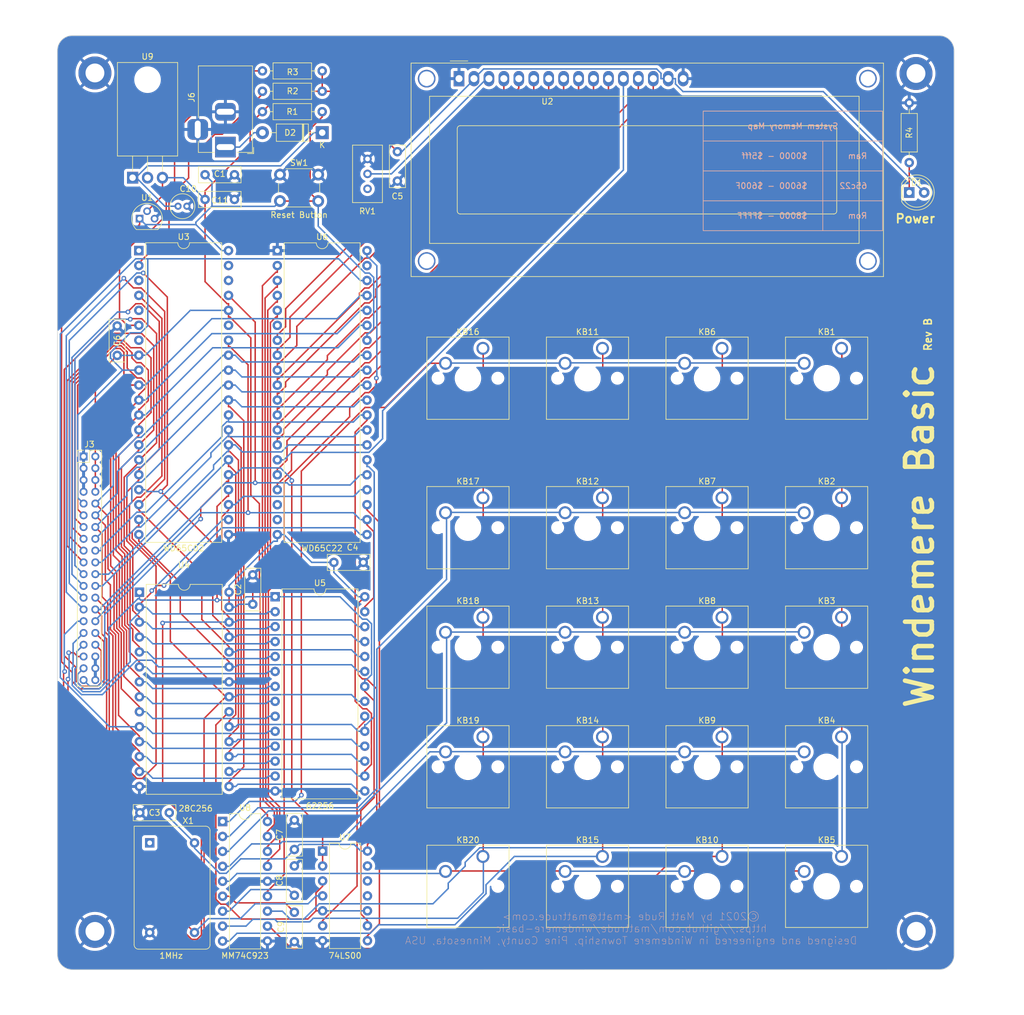
<source format=kicad_pcb>
(kicad_pcb (version 20221018) (generator pcbnew)
  (title_block (title "Windemere Basic") (date "2022-08-01") (rev "B") (company "Matt Rude <matt@mattrude.com>") (comment 1 "65c02 computer with LCD screen and 20 button keypad") (comment 2 "Memory Map:  RAM: $0000 - $5fff,  65c22: $6000 - $600f,  ROM: $8000 - $ffff") (comment 3 "Engineered and designed in Windemere Township, Pine County, Minnesota, USA"))
  (layers (0 "F.Cu" signal) (31 "B.Cu" signal) (34 "B.Paste" user) (35 "F.Paste" user) (36 "B.SilkS" user "B.Silkscreen") (37 "F.SilkS" user "F.Silkscreen") (38 "B.Mask" user) (39 "F.Mask" user) (44 "Edge.Cuts" user))
  (net 0 "")
  (net 1 "GND")
  (net 2 "Net-(J3-Pin_32)")
  (net 3 "+5V")
  (net 5 "/A12")
  (net 6 "/A13")
  (net 7 "/A14")
  (net 8 "Net-(D1-K)")
  (net 9 "/A15")
  (net 10 "/D7")
  (net 11 "/D6")
  (net 12 "/D5")
  (net 13 "/A0")
  (net 14 "/D4")
  (net 15 "/A1")
  (net 16 "/D3")
  (net 17 "/A2")
  (net 18 "/D2")
  (net 19 "/A3")
  (net 20 "/D1")
  (net 21 "/A4")
  (net 22 "/D0")
  (net 23 "/A5")
  (net 24 "/A6")
  (net 25 "/A7")
  (net 26 "/A8")
  (net 27 "Net-(D2-K)")
  (net 28 "/A9")
  (net 29 "/A10")
  (net 30 "/A11")
  (net 31 "Net-(U8-KBM)")
  (net 32 "Net-(U8-OSC)")
  (net 33 "Net-(D2-A)")
  (net 34 "Net-(U8-Y1)")
  (net 35 "Net-(U8-X1)")
  (net 36 "Net-(U8-Y2)")
  (net 37 "Net-(U8-Y3)")
  (net 38 "Net-(U8-Y4)")
  (net 39 "Net-(U8-Y5)")
  (net 40 "Net-(J3-Pin_26)")
  (net 41 "Net-(J3-Pin_28)")
  (net 42 "Net-(J3-Pin_30)")
  (net 43 "Net-(J3-Pin_34)")
  (net 44 "Net-(U8-X2)")
  (net 45 "Net-(U8-X3)")
  (net 46 "Net-(U8-X4)")
  (net 47 "Net-(U3-RDY)")
  (net 48 "Net-(U2-V0)")
  (net 49 "Net-(U2-RS)")
  (net 50 "Net-(U2-R{slash}~{W})")
  (net 51 "Net-(U2-E)")
  (net 52 "Net-(U2-DB0)")
  (net 53 "Net-(U2-DB1)")
  (net 54 "Net-(U2-DB2)")
  (net 55 "Net-(U2-DB3)")
  (net 56 "Net-(U2-DB4)")
  (net 57 "Net-(U2-DB5)")
  (net 58 "Net-(U2-DB6)")
  (net 59 "Net-(U2-DB7)")
  (net 66 "Net-(U4-~{CS})")
  (net 68 "Net-(U5-~{CS})")
  (net 69 "Net-(U6-PA0)")
  (net 70 "Net-(U6-PA1)")
  (net 71 "Net-(U6-PA2)")
  (net 72 "Net-(U6-PA3)")
  (net 73 "Net-(U6-PA4)")
  (net 76 "Net-(U6-~{CS2})")
  (net 79 "Net-(U6-CA1)")
  (footprint "Button_Switch_Keyboard:SW_Cherry_MX_1.00u_PCB" (layer "F.Cu") (at 246.33 131.5)
    (fp_text reference "KB8")
    (fp_text value "Push_Button")
  )
  (footprint "Button_Switch_Keyboard:SW_Cherry_MX_1.00u_PCB" (layer "F.Cu") (at 226.01 131.5)
    (fp_text reference "KB13")
    (fp_text value "Push_Button")
  )
  (footprint "Button_Switch_Keyboard:SW_Cherry_MX_1.00u_PCB" (layer "F.Cu") (at 226.01 172.14)
    (fp_text reference "KB15")
    (fp_text value "Push_Button")
  )
  (footprint "LED_THT:LED_D5.0mm" (layer "F.Cu") (at 278.15 59.295)
    (fp_text reference "D1")
    (fp_text value "LED_Red")
  )
  (footprint "Button_Switch_Keyboard:SW_Cherry_MX_1.00u_PCB" (layer "F.Cu") (at 205.69 131.5)
    (fp_text reference "KB18")
    (fp_text value "Push_Button")
  )
  (footprint "Button_Switch_Keyboard:SW_Cherry_MX_1.00u_PCB" (layer "F.Cu") (at 246.33 172.14)
    (fp_text reference "KB10")
    (fp_text value "Push_Button")
  )
  (footprint "memory_map:6502-Memory_Map" (layer "F.Cu") (at 260.915 55.625)
    (fp_text reference "memory_map" hide)
    (fp_text value "6502-Memory_Map" hide)
  )
  (footprint "sockets:eeprom_socket" (layer "F.Cu") (at 145.425 120.9875)
    (fp_text reference "U4")
    (fp_text value "28C256")
  )
  (footprint "Button_Switch_Keyboard:SW_Cherry_MX_1.00u_PCB" (layer "F.Cu") (at 246.33 111.18)
    (fp_text reference "KB7")
    (fp_text value "Push_Button")
  )
  (footprint "Package_DIP:DIP-40_W15.24mm" (layer "F.Cu") (at 170.75 69.175)
    (fp_text reference "U6")
    (fp_text value "WD65C22")
  )
  (footprint "Button_Switch_Keyboard:SW_Cherry_MX_1.00u_PCB" (layer "F.Cu") (at 205.69 172.14)
    (fp_text reference "KB20")
    (fp_text value "Push_Button")
  )
  (footprint "Resistor_THT:R_Axial_DIN0207_L6.3mm_D2.5mm_P10.16mm_Horizontal" (layer "F.Cu") (at 168.22 38.625)
    (fp_text reference "R3")
    (fp_text value "1K" hide)
  )
  (footprint "Button_Switch_Keyboard:SW_Cherry_MX_1.00u_PCB" (layer "F.Cu") (at 266.65 85.78)
    (fp_text reference "KB1")
    (fp_text value "Push_Button")
  )
  (footprint "Package_DIP:DIP-14_W7.62mm" (layer "F.Cu") (at 178.4476 171.2242)
    (fp_text reference "U7")
    (fp_text value "74LS00")
  )
  (footprint "Capacitor_THT:C_Disc_D7.0mm_W2.5mm_P5.00mm" (layer "F.Cu") (at 191.16 52.35 -90)
    (fp_text reference "C5")
    (fp_text value "0.1uF")
  )
  (footprint "Capacitor_THT:C_Disc_D7.0mm_W2.5mm_P5.00mm" (layer "F.Cu") (at 166.575 129.275 90)
    (fp_text reference "C2")
    (fp_text value "0.1uF")
  )
  (footprint "Package_DIP:DIP-18_W7.62mm" (layer "F.Cu") (at 161.45 166.2)
    (fp_text reference "U8")
    (fp_text value "MM74C923")
  )
  (footprint "Button_Switch_THT:SW_PUSH_6mm" (layer "F.Cu") (at 171.2015 56.25)
    (fp_text reference "SW1")
    (fp_text value "Reset Button")
  )
  (footprint "Capacitor_THT:C_Disc_D7.0mm_W2.5mm_P5.00mm" (layer "F.Cu") (at 143.535 86.981 90)
    (fp_text reference "C6")
    (fp_text value "0.1uF")
  )
  (footprint "Capacitor_THT:C_Disc_D7.0mm_W2.5mm_P5.00mm" (layer "F.Cu") (at 173.65 181.625 -90)
    (fp_text reference "C9")
    (fp_text value "0.1uF")
  )
  (footprint "Connector_PinHeader_2.00mm:PinHeader_2x20_P2.00mm_Vertical" (layer "F.Cu") (at 137.82 104.16)
    (fp_text reference "J3")
    (fp_text value "Connector")
  )
  (footprint "Package_DIP:DIP-28_W15.24mm" (layer "F.Cu") (at 170.375 128)
    (fp_text reference "U5")
    (fp_text value "62256")
  )
  (footprint "Capacitor_THT:C_Disc_D7.0mm_W2.5mm_P5.00mm" (layer "F.Cu") (at 173.65 170.9625 90)
    (fp_text reference "C7")
    (fp_text value "0.1uF")
  )
  (footprint "Potentiometer_THT:Potentiometer_Bourns_3296W_Vertical" (layer "F.Cu") (at 186.08 58.67 -90)
    (fp_text reference "RV1")
    (fp_text value "10K")
  )
  (footprint "MountingHole:MountingHole_3.2mm_M3_DIN965_Pad_TopBottom" (layer "F.Cu") (at 279.2984 39.0652)
    (fp_text reference "REF2" hide)
    (fp_text value "MountingHole_3.2mm_M3_DIN965_Pad_TopBottom" hide)
  )
  (footprint "Button_Switch_Keyboard:SW_Cherry_MX_1.00u_PCB" (layer "F.Cu") (at 205.69 85.78)
    (fp_text reference "KB16")
    (fp_text value "Push_Button")
  )
  (footprint "Capacitor_THT:C_Disc_D7.0mm_W2.5mm_P5.00mm" (layer "F.Cu") (at 180.365 122.16)
    (fp_text reference "C4")
    (fp_text value "0.1uF")
  )
  (footprint "Oscillator:Oscillator_DIP-14" (layer "F.Cu") (at 149.0576 169.83 -90)
    (fp_text reference "X1")
    (fp_text value "1MHz")
  )
  (footprint "Button_Switch_Keyboard:SW_Cherry_MX_1.00u_PCB" (layer "F.Cu") (at 266.65 172.14)
    (fp_text reference "KB5")
    (fp_text value "Push_Button")
  )
  (footprint "Package_DIP:DIP-40_W15.24mm" (layer "F.Cu") (at 147.215 69.165)
    (fp_text reference "U3")
    (fp_text value "WD65C02")
  )
  (footprint "Diode_THT:D_DO-41_SOD81_P10.16mm_Horizontal" (layer "F.Cu") (at 178.38 49.125 180)
    (fp_text reference "D2")
    (fp_text value "1N5819")
  )
  (footprint "Package_TO_SOT_THT:TO-220-3_Horizontal_TabDown" (layer "F.Cu") (at 146.1525 56.78)
    (fp_text reference "U9")
    (fp_text value "L7805")
  )
  (footprint "Resistor_THT:R_Axial_DIN0207_L6.3mm_D2.5mm_P10.16mm_Horizontal" (layer "F.Cu") (at 278.15 54.215 90)
    (fp_text reference "R4" hide)
    (fp_text value "1K")
  )
  (footprint "MountingHole:MountingHole_3.2mm_M3_DIN965_Pad_TopBottom" (layer "F.Cu") (at 139.75 38.975)
    (fp_text reference "REF1" hide)
    (fp_text value "MountingHole_3.2mm_M3_DIN965_Pad_TopBottom" hide)
  )
  (footprint "Button_Switch_Keyboard:SW_Cherry_MX_1.00u_PCB" (layer "F.Cu") (at 266.65 131.5)
    (fp_text reference "KB3")
    (fp_text value "Push_Button")
  )
  (footprint "Button_Switch_Keyboard:SW_Cherry_MX_1.00u_PCB" (layer "F.Cu") (at 226.01 151.82)
    (fp_text reference "KB14")
    (fp_text value "Push_Button")
  )
  (footprint "Button_Switch_Keyboard:SW_Cherry_MX_1.00u_PCB" (layer "F.Cu") (at 226.01 111.18)
    (fp_text reference "KB12")
    (fp_text value "Push_Button")
  )
  (footprint "Button_Switch_Keyboard:SW_Cherry_MX_1.00u_PCB" (layer "F.Cu") (at 205.69 111.18)
    (fp_text reference "KB17")
    (fp_text value "Push_Button")
  )
  (footprint "MountingHole:MountingHole_3.2mm_M3_DIN965_Pad_TopBottom" (layer "F.Cu") (at 139.75 184.875)
    (fp_text reference "REF3" hide)
    (fp_text value "MountingHole_3.2mm_M3_DIN965_Pad_TopBottom" hide)
  )
  (footprint "Capacitor_THT:C_Disc_D7.0mm_W2.5mm_P5.00mm" (layer "F.Cu") (at 173.65 178.75 90)
    (fp_text reference "C8")
    (fp_text value "1uF")
  )
  (footprint "Button_Switch_Keyboard:SW_Cherry_MX_1.00u_PCB" (layer "F.Cu") (at 246.33 151.82)
    (fp_text reference "KB9")
    (fp_text value "Push_Button")
  )
  (footprint "Resistor_THT:R_Axial_DIN0207_L6.3mm_D2.5mm_P10.16mm_Horizontal" (layer "F.Cu") (at 168.22 42.0917)
    (fp_text reference "R2")
    (fp_text value "1K" hide)
  )
  (footprint "Capacitor_THT:C_Disc_D7.0mm_W2.5mm_P5.00mm" (layer "F.Cu") (at 152.385 164.705 180)
    (fp_text reference "C3")
    (fp_text value "0.1uF")
  )
  (footprint "Resistor_THT:R_Axial_DIN0207_L6.3mm_D2.5mm_P10.16mm_Horizontal" (layer "F.Cu") (at 168.22 45.5583)
    (fp_text reference "R1")
    (fp_text value "1K" hide)
  )
  (footprint "Button_Switch_Keyboard:SW_Cherry_MX_1.00u_PCB" (layer "F.Cu") (at 266.65 111.18)
    (fp_text reference "KB2")
    (fp_text value "Push_Button")
  )
  (footprint "Button_Switch_Keyboard:SW_Cherry_MX_1.00u_PCB" (layer "F.Cu") (at 226.01 85.78)
    (fp_text reference "KB11")
    (fp_text value "Push_Button")
  )
  (footprint "Capacitor_THT:C_Disc_D7.0mm_W2.5mm_P5.00mm" (layer "F.Cu") (at 158.4675 56.275)
    (fp_text reference "C1")
    (fp_text value "1uF")
  )
  (footprint "MountingHole:MountingHole_3.2mm_M3_DIN965_Pad_TopBottom" (layer "F.Cu") (at 279.3492 184.8612)
    (fp_text reference "REF4" hide)
    (fp_text value "MountingHole_3.2mm_M3_DIN965_Pad_TopBottom" hide)
  )
  (footprint "Display:WC1602A" (layer "F.Cu") (at 201.63 39.9425)
    (fp_text reference "U2")
    (fp_text value "HD44780U")
  )
  (footprint "Capacitor_THT:C_Radial_D4.0mm_H7.0mm_P1.50mm" (layer "F.Cu") (at 153.875 61.625)
    (fp_text reference "C10")
    (fp_text value "1µF")
  )
  (footprint "Package_TO_SOT_THT:TO-92" (layer "F.Cu") (at 147.345 63.74)
    (fp_text reference "U1")
    (fp_text value "MCP102-475")
  )
  (footprint "Button_Switch_Keyboard:SW_Cherry_MX_1.00u_PCB" (layer "F.Cu") (at 205.69 151.82)
    (fp_text reference "KB19")
    (fp_text value "Push_Button")
  )
  (footprint "Capacitor_THT:C_Disc_D7.0mm_W2.5mm_P5.00mm" (layer "F.Cu") (at 158.4675 60.475)
    (fp_text reference "C11")
    (fp_text value "0.1uF")
  )
  (footprint "Button_Switch_Keyboard:SW_Cherry_MX_1.00u_PCB" (layer "F.Cu") (at 266.65 151.82)
    (fp_text reference "KB4")
    (fp_text value "Push_Button")
  )
  (footprint "Button_Switch_Keyboard:SW_Cherry_MX_1.00u_PCB" (layer "F.Cu") (at 246.33 85.78)
    (fp_text reference "KB6")
    (fp_text value "Push_Button")
  )
  (footprint "Connector_BarrelJack:BarrelJack_Horizontal" (layer "F.Cu") (at 161.925 51.575 -90)
    (fp_text reference "J6")
    (fp_text value "Barrel_Jack")
  )
  (gr_line (start 135.915 191.375) (end 283.235 191.375) (stroke (width 0.1)) (layer "Edge.Cuts"))
  (gr_arc (start 285.775 188.835) (mid 285.031051 190.631051) (end 283.235 191.375) (stroke (width 0.1)) (layer "Edge.Cuts"))
  (gr_arc (start 135.915 191.375) (mid 134.118949 190.631051) (end 133.375 188.835) (stroke (width 0.1)) (layer "Edge.Cuts"))
  (gr_arc (start 283.235 32.625) (mid 285.031051 33.368949) (end 285.775 35.165) (stroke (width 0.1)) (layer "Edge.Cuts"))
  (gr_line (start 285.775 188.835) (end 285.775 35.165) (stroke (width 0.1)) (layer "Edge.Cuts"))
  (gr_line (start 133.375 188.835) (end 133.375 35.165) (stroke (width 0.1)) (layer "Edge.Cuts"))
  (gr_line (start 135.915 32.625) (end 283.235 32.625) (stroke (width 0.1)) (layer "Edge.Cuts"))
  (gr_arc (start 133.375 35.165) (mid 134.118949 33.368949) (end 135.915 32.625) (stroke (width 0.1)) (layer "Edge.Cuts"))
  (gr_text "©2021 by Matt Rude <matt@mattrude.com>\nhttps://github.com/mattrude/windemere-basic\nDesigned and engineered in Windemere Township, Pine County, Minnesota, USA" (at 230.875 184.39) (layer "B.SilkS") (effects (font (size 1.27 1.27) (thickness 0.0635)) (justify mirror)))
  (gr_text "Rev ${REVISION}" (at 281.33 83.425 90) (layer "F.SilkS") (effects (font (size 1.27 1.27) (thickness 0.254))))
  (gr_text "Windemere Basic" (at 279.925 117.652801 90) (layer "F.SilkS") (effects (font (size 4.572 4.572) (thickness 0.762))))
  (gr_text "Power" (at 279.175 63.74) (layer "F.SilkS") (effects (font (size 1.5 1.5) (thickness 0.3))))
  (segment (start 135.8986 140.8837) (end 135.8986 142.3957) (width 0.25) (layer "F.Cu") (net 2))
  (segment (start 176.3301 48.5016) (end 178.38 46.4517) (width 0.25) (layer "F.Cu") (net 2))
  (segment (start 137.1481 143.6452) (end 140.4811 143.6452) (width 0.25) (layer "F.Cu") (net 2))
  (segment (start 147.345 64.7169) (end 134.0776 77.9843) (width 0.25) (layer "F.Cu") (net 2))
  (segment (start 177.7015 60.75) (end 176.3301 59.3786) (width 0.25) (layer "F.Cu") (net 2))
  (segment (start 140.4811 143.6452) (end 141.2809 142.8454) (width 0.25) (layer "F.Cu") (net 2))
  (segment (start 177.7015 60.75) (end 176.3301 60.75) (width 0.25) (layer "F.Cu") (net 2))
  (segment (start 147.345 63.74) (end 147.345 64.7169) (width 0.25) (layer "F.Cu") (net 2))
  (segment (start 134.0776 77.9843) (end 134.0776 139.0627) (width 0.25) (layer "F.Cu") (net 2))
  (segment (start 134.0776 139.0627) (end 135.8986 140.8837) (width 0.25) (layer "F.Cu") (net 2))
  (segment (start 141.2809 135.6209) (end 139.82 134.16) (width 0.25) (layer "F.Cu") (net 2))
  (segment (start 135.8986 142.3957) (end 137.1481 143.6452) (width 0.25) (layer "F.Cu") (net 2))
  (segment (start 141.2809 142.8454) (end 141.2809 135.6209) (width 0.25) (layer "F.Cu") (net 2))
  (segment (start 178.38 46.4517) (end 178.38 45.5583) (width 0.25) (layer "F.Cu") (net 2))
  (segment (start 171.2015 60.75) (end 176.3301 60.75) (width 0.25) (layer "F.Cu") (net 2))
  (segment (start 176.3301 59.3786) (end 176.3301 48.5016) (width 0.25) (layer "F.Cu") (net 2))
  (segment (start 186.3889 72.985) (end 187.1299 73.726) (width 0.25) (layer "B.Cu") (net 2))
  (segment (start 187.1299 73.726) (end 187.1299 82.3817) (width 0.25) (layer "B.Cu") (net 2))
  (segment (start 156.9102 64.7471) (end 156.9102 64.3348) (width 0.25) (layer "B.Cu") (net 2))
  (segment (start 187.1299 82.3817) (end 186.2235 83.2881) (width 0.25) (layer "B.Cu") (net 2))
  (segment (start 177.7015 60.75) (end 177.7015 65.024) (width 0.25) (layer "B.Cu") (net 2))
  (segment (start 159.6437 61.6502) (end 159.6437 57.4512) (width 0.25) (layer "B.Cu") (net 2))
  (segment (start 162.455 69.165) (end 161.3281 69.165) (width 0.25) (layer "B.Cu") (net 2))
  (segment (start 170.3013 61.6502) (end 159.6437 61.6502) (width 0.25) (layer "B.Cu") (net 2))
  (segment (start 185.6625 72.985) (end 186.3889 72.985) (width 0.25) (layer "B.Cu") (net 2))
  (segment (start 156.9102 64.7471) (end 161.3281 69.165) (width 0.25) (layer "B.Cu") (net 2))
  (segment (start 159.6437 57.4512) (end 158.4675 56.275) (width 0.25) (layer "B.Cu") (net 2))
  (segment (start 148.3521 64.7471) (end 156.9102 64.7471) (width 0.25) (layer "B.Cu") (net 2))
  (segment (start 147.345 63.74) (end 148.3521 64.7471) (width 0.25) (layer "B.Cu") (net 2))
  (segment (start 185.99 84.415) (end 185.99 83.2881) (width 0.25) (layer "B.Cu") (net 2))
  (segment (start 177.7015 65.024) (end 185.6625 72.985) (width 0.25) (layer "B.Cu") (net 2))
  (segment (start 186.2235 83.2881) (end 185.99 83.2881) (width 0.25) (layer "B.Cu") (net 2))
  (segment (start 159.5948 61.6502) (end 159.6437 61.6502) (width 0.25) (layer "B.Cu") (net 2))
  (segment (start 156.9102 64.3348) (end 159.5948 61.6502) (width 0.25) (layer "B.Cu") (net 2))
  (segment (start 171.2015 60.75) (end 170.3013 61.6502) (width 0.25) (layer "B.Cu") (net 2))
  (segment (start 139.82 104.16) (end 139.82 103.1581) (width 0.25) (layer "F.Cu") (net 3))
  (segment (start 166.132 47.6463) (end 168.22 45.5583) (width 0.25) (layer "F.Cu") (net 3))
  (segment (start 166.575 126.3713) (end 166.575 129.275) (width 0.25) (layer "F.Cu") (net 3))
  (segment (start 185.2151 141.97) (end 184.4716 141.2265) (width 0.25) (layer "F.Cu") (net 3))
  (segment (start 184.4716 141.2265) (end 184.4716 129.1434) (width 0.25) (layer "F.Cu") (net 3))
  (segment (start 162.455 79.325) (end 162.455 80.4519) (width 0.25) (layer "F.Cu") (net 3))
  (segment (start 148.615 62.47) (end 151.2325 59.8525) (width 0.25) (layer "F.Cu") (net 3))
  (segment (start 187.6485 168.5164) (end 187.6485 143.6779) (width 0.25) (layer "F.Cu") (net 3))
  (segment (start 167.7036 125.2427) (end 166.575 126.3713) (width 0.25) (layer "F.Cu") (net 3))
  (segment (start 171.6866 42.0917) (end 178.38 42.0917) (width 0.25) (layer "F.Cu") (net 3))
  (segment (start 158.4675 74.4441) (end 158.4675 60.475) (width 0.25) (layer "F.Cu") (net 3))
  (segment (start 158.4675 60.475) (end 158.4675 59.0165) (width 0.25) (layer "F.Cu") (net 3))
  (segment (start 139.82 108.16) (end 139.82 106.16) (width 0.25) (layer "F.Cu") (net 3))
  (segment (start 166.2471 84.0105) (end 166.2471 110.7261) (width 0.25) (layer "F.Cu") (net 3))
  (segment (start 158.4675 59.0165) (end 166.132 51.352) (width 0.25) (layer "F.Cu") (net 3))
  (segment (start 187.6485 143.6779) (end 185.9406 141.97) (width 0.25) (layer "F.Cu") (net 3))
  (segment (start 162.455 80.4519) (end 162.6885 80.4519) (width 0.25) (layer "F.Cu") (net 3))
  (segment (start 162.455 79.325) (end 162.455 78.1981) (width 0.25) (layer "F.Cu") (net 3))
  (segment (start 162.6885 80.4519) (end 166.2471 84.0105) (width 0.25) (layer "F.Cu") (net 3))
  (segment (start 139.82 103.1581) (end 139.82 90.696) (width 0.25) (layer "F.Cu") (net 3))
  (segment (start 166.2471 110.7261) (end 167.7036 112.1826) (width 0.25) (layer "F.Cu") (net 3))
  (segment (start 167.7036 112.1826) (end 167.7036 125.2427) (width 0.25) (layer "F.Cu") (net 3))
  (segment (start 162.455 78.1981) (end 162.2215 78.1981) (width 0.25) (layer "F.Cu") (net 3))
  (segment (start 178.38 38.625) (end 178.38 39.7519) (width 0.25) (layer "F.Cu") (net 3))
  (segment (start 166.132 51.352) (end 166.132 47.6463) (width 0.25) (layer "F.Cu") (net 3))
  (segment (start 151.2325 59.8525) (end 151.2325 56.78) (width 0.25) (layer "F.Cu") (net 3))
  (segment (start 185.9406 141.97) (end 185.2151 141.97) (width 0.25) (layer "F.Cu") (net 3))
  (segment (start 184.4716 129.1434) (end 185.615 128) (width 0.25) (layer "F.Cu") (net 3))
  (segment (start 139.82 106.16) (end 139.82 104.16) (width 0.25) (layer "F.Cu") (net 3))
  (segment (start 178.38 42.0917) (end 180.9017 42.0917) (width 0.25) (layer "F.Cu") (net 3))
  (segment (start 178.38 39.7519) (end 178.38 42.0917) (width 0.25) (layer "F.Cu") (net 3))
  (segment (start 162.5507 127.2253) (end 162.5507 129.7653) (width 0.25) (layer "F.Cu") (net 3))
  (segment (start 168.22 45.5583) (end 171.6866 42.0917) (width 0.25) (layer "F.Cu") (net 3))
  (segment (start 139.82 110.16) (end 139.82 108.16) (width 0.25) (layer "F.Cu") (net 3))
  (segment (start 180.9017 42.0917) (end 191.16 52.35) (width 0.25) (layer "F.Cu") (net 3))
  (segment (start 162.2215 78.1981) (end 158.4675 74.4441) (width 0.25) (layer "F.Cu") (net 3))
  (segment (start 186.0676 170.0973) (end 187.6485 168.5164) (width 0.25) (layer "F.Cu") (net 3))
  (segment (start 186.0676 171.2242) (end 186.0676 170.0973) (width 0.25) (layer "F.Cu") (net 3))
  (segment (start 139.82 90.696) (end 143.535 86.981) (width 0.25) (layer "F.Cu") (net 3))
  (segment (start 146.0521 86.981) (end 146.0881 86.945) (width 0.25) (layer "B.Cu") (net 3))
  (segment (start 183.8138 170.0973) (end 174.5152 170.0973) (width 0.25) (layer "B.Cu") (net 3))
  (segment (start 235.9631 39.9425) (end 235.9631 39.0341) (width 0.25) (layer "B.Cu") (net 3))
  (segment (start 151.2325 56.78) (end 154.7725 56.78) (width 0.25) (layer "B.Cu") (net 3))
  (segment (start 156.6776 169.83) (end 152.385 165.5374) (width 0.25) (layer "B.Cu") (net 3))
  (segment (start 170.0872 118.5619) (end 170.75 118.5619) (width 0.25) (layer "B.Cu") (net 3))
  (segment (start 143.535 86.981) (end 146.0521 86.981) (width 0.25) (layer "B.Cu") (net 3))
  (segment (start 237.19 39.9425) (end 238.4169 39.9425) (width 0.25) (layer "B.Cu") (net 3))
  (segment (start 147.215 86.945) (end 148.3419 86.945) (width 0.25) (layer "B.Cu") (net 3))
  (segment (start 162.5507 127.2253) (end 162.5507 126.0984) (width 0.25) (layer "B.Cu") (net 3))
  (segment (start 160.9509 175.0106) (end 156.6776 170.7373) (width 0.25) (layer "B.Cu") (net 3))
  (segment (start 180.365 122.16) (end 176.6019 122.16) (width 0.25) (layer "B.Cu") (net 3))
  (segment (start 238.4169 40.8509) (end 238.4169 39.9425) (width 0.25) (layer "B.Cu") (net 3))
  (segment (start 147.215 86.945) (end 146.0881 86.945) (width 0.25) (layer "B.Cu") (net 3))
  (segment (start 156.6776 170.7373) (end 156.6776 169.83) (width 0.25) (layer "B.Cu") (net 3))
  (segment (start 204.17 40.1019) (end 191.9219 52.35) (width 0.25) (layer "B.Cu") (net 3))
  (segment (start 180.365 123.8769) (end 184.4881 128) (width 0.25) (layer "B.Cu") (net 3))
  (segment (start 170.75 117.435) (end 171.8769 117.435) (width 0.25) (layer "B.Cu") (net 3))
  (segment (start 162.5507 129.7653) (end 163.6776 129.7653) (width 0.25) (layer "B.Cu") (net 3))
  (segment (start 239.7068 42.1408) (end 238.4169 40.8509) (width 0.25) (layer "B.Cu") (net 3))
  (segment (start 176.6019 122.16) (end 171.8769 117.435) (width 0.25) (layer "B.Cu") (net 3))
  (segment (start 235.9631 39.0341) (end 235.2197 38.2907) (width 0.25) (layer "B.Cu") (net 3))
  (segment (start 174.5152 170.0973) (end 173.65 170.9625) (width 0.25) (layer "B.Cu") (net 3))
  (segment (start 152.385 165.5374) (end 152.385 164.705) (width 0.25) (layer "B.Cu") (net 3))
  (segment (start 191.9219 52.35) (end 191.16 52.35) (width 0.25) (layer "B.Cu") (net 3))
  (segment (start 235.2197 38.2907) (end 205.8218 38.2907) (width 0.25) (layer "B.Cu") (net 3))
  (segment (start 184.9407 171.2242) (end 183.8138 170.0973) (width 0.25) (layer "B.Cu") (net 3))
  (segment (start 186.0676 171.2242) (end 184.9407 171.2242) (width 0.25) (layer "B.Cu") (net 3))
  (segment (start 155.9619 79.325) (end 148.3419 86.945) (width 0.25) (layer "B.Cu") (net 3))
  (segment (start 263.5358 42.1408) (end 239.7068 42.1408) (width 0.25) (layer "B.Cu") (net 3))
  (segment (start 162.455 79.325) (end 155.9619 79.325) (width 0.25) (layer "B.Cu") (net 3))
  (segment (start 173.65 170.9625) (end 172.0625 172.55) (width 0.25) (layer "B.Cu") (net 3))
  (segment (start 166.575 129.275) (end 164.1679 129.275) (width 0.25) (layer "B.Cu") (net 3))
  (segment (start 162.5507 126.0984) (end 170.0872 118.5619) (width 0.25) (layer "B.Cu") (net 3))
  (segment (start 237.19 39.9425) (end 235.9631 39.9425) (width 0.25) (layer "B.Cu") (net 3))
  (segment (start 154.7725 56.78) (end 158.4675 60.475) (width 0.25) (layer "B.Cu") (net 3))
  (segment (start 280.69 59.295) (end 263.5358 42.1408) (width 0.25) (layer "B.Cu") (net 3))
  (segment (start 205.8218 38.2907) (end 204.17 39.9425) (width 0.25) (layer "B.Cu") (net 3))
  (segment (start 170.75 117.435) (end 170.75 118.5619) (width 0.25) (layer "B.Cu") (net 3))
  (segment (start 204.17 39.9425) (end 204.17 40.1019) (width 0.25) (layer "B.Cu") (net 3))
  (segment (start 185.615 128) (end 184.4881 128) (width 0.25) (layer "B.Cu") (net 3))
  (segment (start 164.1679 129.275) (end 163.6776 129.7653) (width 0.25) (layer "B.Cu") (net 3))
  (segment (start 180.365 122.16) (end 180.365 123.8769) (width 0.25) (layer "B.Cu") (net 3))
  (segment (start 164.5202 172.55) (end 162.0596 175.0106) (width 0.25) (layer "B.Cu") (net 3))
  (segment (start 172.0625 172.55) (end 164.5202 172.55) (width 0.25) (layer "B.Cu") (net 3))
  (segment (start 162.0596 175.0106) (end 160.9509 175.0106) (width 0.25) (layer "B.Cu") (net 3))
  (segment (start 147.310697 129.7653) (end 147.310654 129.765257) (width 0.25) (layer "F.Cu") (net 5))
  (segment (start 149.4101 127.2289) (end 149.4101 126.9667) (width 0.25) (layer "F.Cu") (net 5))
  (segment (start 147.3107 129.7653) (end 147.310697 129.7653) (width 0.25) (layer "F.Cu") (net 5))
  (segment (start 147.310654 129.765257) (end 147.310654 129.328346) (width 0.25) (layer "F.Cu") (net 5))
  (segment (start 147.310654 129.328346) (end 149.4101 127.2289) (width 0.25) (layer "F.Cu") (net 5))
  (via (at 149.4101 126.9667) (size 0.8) (drill 0.4) (layers "F.Cu" "B.Cu") (net 5))
  (segment (start 136.6876 139.9215) (end 136.6876 137.2924) (width 0.25) (layer "B.Cu") (net 5))
  (segment (start 147.310697 129.7653) (end 147.310654 129.765257) (width 0.25) (layer "B.Cu") (net 5))
  (segment (start 147.310654 130.658746) (end 145.7334 132.236) (width 0.25) (layer "B.Cu") (net 5))
  (segment (start 136.6876 137.2924) (end 137.82 136.16) (width 0.25) (layer "B.Cu") (net 5))
  (segment (start 161.4918 114.885) (end 162.455 114.885) (width 0.25) (layer "B.Cu") (net 5))
  (segment (start 169.2481 130.54) (end 168.8798 130.9083) (width 0.25) (layer "B.Cu") (net 5))
  (segment (start 137.6785 144.1354) (end 136.3547 142.8116) (width 0.25) (layer "B.Cu") (net 5))
  (segment (start 145.7334 139.0674) (end 140.6654 144.1354) (width 0.25) (layer "B.Cu") (net 5))
  (segment (start 140.6654 144.1354) (end 137.6785 144.1354) (width 0.25) (layer "B.Cu") (net 5))
  (segment (start 145.7334 132.236) (end 145.7334 139.0674) (width 0.25) (layer "B.Cu") (net 5))
  (segment (start 149.5806 130.9083) (end 148.4376 129.7653) (width 0.25) (layer "B.Cu") (net 5))
  (segment (start 168.8798 130.9083) (end 149.5806 130.9083) (width 0.25) (layer "B.Cu") (net 5))
  (segment (start 136.3547 140.2544) (end 136.6876 139.9215) (width 0.25) (layer "B.Cu") (net 5))
  (segment (start 148.4376 129.7653) (end 147.310697 129.7653) (width 0.25) (layer "B.Cu") (net 5))
  (segment (start 147.310654 129.765257) (end 147.310654 130.658746) (width 0.25) (layer "B.Cu") (net 5))
  (segment (start 136.3547 142.8116) (end 136.3547 140.2544) (width 0.25) (layer "B.Cu") (net 5))
  (segment (start 149.4101 126.9667) (end 161.4918 114.885) (width 0.25) (layer "B.Cu") (net 5))
  (segment (start 170.375 130.54) (end 169.2481 130.54) (width 0.25) (layer "B.Cu") (net 5))
  (segment (start 156.1894 186.2394) (end 135.1717 165.2217) (width 0.25) (layer "F.Cu") (net 6))
  (segment (start 162.550654 131.460054) (end 161.3085 130.2179) (width 0.25) (layer "F.Cu") (net 6))
  (segment (start 135.1717 165.2217) (end 135.1717 142.0072) (width 0.25) (layer "F.Cu") (net 6))
  (segment (start 157.1029 186.2394) (end 156.1894 186.2394) (width 0.25) (layer "F.Cu") (net 6))
  (segment (start 137.82 138.16) (end 136.8181 138.16) (width 0.25) (layer "F.Cu") (net 6))
  (segment (start 151.2589 161.8325) (end 157.8457 168.4193) (width 0.25) (layer "F.Cu") (net 6))
  (segment (start 162.550697 132.3053) (end 162.550654 132.305257) (width 0.25) (layer "F.Cu") (net 6))
  (segment (start 161.3085 114.4312) (end 162.455 113.2847) (width 0.25) (layer "F.Cu") (net 6))
  (segment (start 136.1763 137.5182) (end 135.2881 137.5182) (width 0.25) (layer "F.Cu") (net 6))
  (segment (start 161.3085 130.2179) (end 161.3085 114.4312) (width 0.25) (layer "F.Cu") (net 6))
  (segment (start 157.8457 185.4966) (end 157.1029 186.2394) (width 0.25) (layer "F.Cu") (net 6))
  (segment (start 162.5507 132.3053) (end 162.550697 132.3053) (width 0.25) (layer "F.Cu") (net 6))
  (segment (start 157.8457 168.4193) (end 157.8457 185.4966) (width 0.25) (layer "F.Cu") (net 6))
  (segment (start 162.455 113.2847) (end 162.455 112.345) (width 0.25) (layer "F.Cu") (net 6))
  (segment (start 151.2589 132.4743) (end 151.2589 161.8325) (width 0.25) (layer "F.Cu") (net 6))
  (segment (start 162.550654 132.305257) (end 162.550654 131.460054) (width 0.25) (layer "F.Cu") (net 6))
  (segment (start 136.8181 138.16) (end 136.1763 137.5182) (width 0.25) (layer "F.Cu") (net 6))
  (via (at 151.2589 132.4743) (size 0.8) (drill 0.4) (layers "F.Cu" "B.Cu") (net 6))
  (via (at 135.2881 137.5182) (size 0.8) (drill 0.4) (layers "F.Cu" "B.Cu") (net 6))
  (via (at 135.1717 142.0072) (size 0.8) (drill 0.4) (layers "F.Cu" "B.Cu") (net 6))
  (segment (start 135.3568 137.5869) (end 135.2881 137.5182) (width 0.25) (layer "B.Cu") (net 6))
  (segment (start 151.4279 132.3053) (end 151.2589 132.4743) (width 0.25) (layer "B.Cu") (net 6))
  (segment (start 183.734 110.9441) (end 164.9828 110.9441) (width 0.25) (layer "B.Cu") (net 6))
  (segment (start 164.9828 110.9441) (end 163.5819 112.345) (width 0.25) (layer "B.Cu") (net 6))
  (segment (start 185.615 133.08) (end 184.4881 133.08) (width 0.25) (layer "B.Cu") (net 6))
  (segment (start 163.6776 132.3053) (end 164.0491 131.9338) (width 0.25) (layer "B.Cu") (net 6))
  (segment (start 185.99 109.815) (end 184.8631 109.815) (width 0.25) (layer "B.Cu") (net 6))
  (segment (start 183.3419 131.9338) (end 184.4881 133.08) (width 0.25) (layer "B.Cu") (net 6))
  (segment (start 162.5507 132.3053) (end 151.4279 132.3053) (width 0.25) (layer "B.Cu") (net 6))
  (segment (start 184.8631 109.815) (end 183.734 110.9441) (width 0.25) (layer "B.Cu") (net 6))
  (segment (start 135.1717 142.0072) (end 135.3568 141.8221) (width 0.25) (layer "B.Cu") (net 6))
  (segment (start 164.0491 131.9338) (end 183.3419 131.9338) (width 0.25) (layer "B.Cu") (net 6))
  (segment (start 135.3568 141.8221) (end 135.3568 137.5869) (width 0.25) (layer "B.Cu") (net 6))
  (segment (start 163.1142 132.3053) (end 162.5507 132.3053) (width 0.25) (layer "B.Cu") (net 6))
  (segment (start 163.1142 132.3053) (end 163.6776 132.3053) (width 0.25) (layer "B.Cu") (net 6))
  (segment (start 162.455 112.345) (end 163.5819 112.345) (width 0.25) (layer "B.Cu") (net 6))
  (segment (start 184.9404 164.4001) (end 184.9404 181.9036) (width 0.25) (layer "F.Cu") (net 7))
  (segment (start 162.455 109.805) (end 162.455 110.9319) (width 0.25) (layer "F.Cu") (net 7))
  (segment (start 185.615 144.0852) (end 187.1951 145.6653) (width 0.25) (layer "F.Cu") (net 7))
  (segment (start 187.1951 145.6653) (end 187.1951 162.1454) (width 0.25) (layer "F.Cu") (net 7))
  (segment (start 184.9404 181.9036) (end 186.0676 183.0308) (width 0.25) (layer "F.Cu") (net 7))
  (segment (start 187.1951 162.1454) (end 184.9404 164.4001) (width 0.25) (layer "F.Cu") (net 7))
  (segment (start 160.5034 112.65) (end 162.2215 110.9319) (width 0.25) (layer "F.Cu") (net 7))
  (segment (start 160.5034 128.5668) (end 160.5034 112.65) (width 0.25) (layer "F.Cu") (net 7))
  (segment (start 186.0676 183.0308) (end 186.0676 183.9242) (width 0.25) (layer "F.Cu") (net 7))
  (segment (start 185.615 143.24) (end 185.615 144.0852) (width 0.25) (layer "F.Cu") (net 7))
  (segment (start 162.2215 110.9319) (end 162.455 110.9319) (width 0.25) (layer "F.Cu") (net 7))
  (via (at 160.5034 128.5668) (size 0.8) (drill 0.4) (layers "F.Cu" "B.Cu") (net 7))
  (segment (start 170.375 128) (end 169.2481 128) (width 0.25) (layer "B.Cu") (net 7))
  (segment (start 160.5034 128.5668) (end 147.5253 128.5668) (width 0.25) (layer "B.Cu") (net 7))
  (segment (start 186.767 141.2428) (end 185.8967 142.1131) (width 0.25) (layer "B.Cu") (net 7))
  (segment (start 186.767 132.6088) (end 186.767 141.2428) (width 0.25) (layer "B.Cu") (net 7))
  (segment (start 147.3107 127.2253) (end 147.3107 128.3522) (width 0.25) (layer "B.Cu") (net 7))
  (segment (start 181.4057 128) (end 185.2157 131.81) (width 0.25) (layer "B.Cu") (net 7))
  (segment (start 142.1188 133.2624) (end 142.1188 142.0118) (width 0.25) (layer "B.Cu") (net 7))
  (segment (start 185.615 143.24) (end 185.615 142.1131) (width 0.25) (layer "B.Cu") (net 7))
  (segment (start 169.2481 128) (end 165.4401 128) (width 0.25) (layer "B.Cu") (net 7))
  (segment (start 136.809 142.5975) (end 136.809 141.171) (width 0.25) (layer "B.Cu") (net 7))
  (segment (start 165.4401 128) (end 164.8733 128.5668) (width 0.25) (layer "B.Cu") (net 7))
  (segment (start 136.809 141.171) (end 137.82 140.16) (width 0.25) (layer "B.Cu") (net 7))
  (segment (start 164.8733 128.5668) (end 160.5034 128.5668) (width 0.25) (layer "B.Cu") (net 7))
  (segment (start 137.8671 143.6556) (end 136.809 142.5975) (width 0.25) (layer "B.Cu") (net 7))
  (segment (start 147.3107 128.3522) (end 147.029 128.3522) (width 0.25) (layer "B.Cu") (net 7))
  (segment (start 147.5253 128.5668) (end 147.3107 128.3522) (width 0.25) (layer "B.Cu") (net 7))
  (segment (start 170.375 128) (end 181.4057 128) (width 0.25) (layer "B.Cu") (net 7))
  (segment (start 147.029 128.3522) (end 142.1188 133.2624) (width 0.25) (layer "B.Cu") (net 7))
  (segment (start 140.475 143.6556) (end 137.8671 143.6556) (width 0.25) (layer "B.Cu") (net 7))
  (segment (start 185.2157 131.81) (end 185.9682 131.81) (width 0.25) (layer "B.Cu") (net 7))
  (segment (start 142.1188 142.0118) (end 140.475 143.6556) (width 0.25) (layer "B.Cu") (net 7))
  (segment (start 185.8967 142.1131) (end 185.615 142.1131) (width 0.25) (layer "B.Cu") (net 7))
  (segment (start 185.9682 131.81) (end 186.767 132.6088) (width 0.25) (layer "B.Cu") (net 7))
  (segment (start 278.15 54.215) (end 278.15 59.295) (width 0.25) (layer "F.Cu") (net 8))
  (segment (start 162.455 108.3919) (end 162.1733 108.3919) (width 0.25) (layer "F.Cu") (net 9))
  (segment (start 178.4476 167.5565) (end 173.2077 162.3166) (width 0.25) (layer "F.Cu") (net 9))
  (segment (start 178.4476 171.2242) (end 178.4476 167.5565) (width 0.25) (layer "F.Cu") (net 9))
  (segment (start 157.7324 112.8328) (end 157.7324 114.7773) (width 0.25) (layer "F.Cu") (net 9))
  (segment (start 162.455 107.265) (end 162.455 108.3919) (width 0.25) (layer "F.Cu") (net 9))
  (segment (start 173.2077 162.3166) (end 173.2077 108.2673) (width 0.25) (layer "F.Cu") (net 9))
  (segment (start 178.4476 173.7642) (end 178.4476 171.2242) (width 0.25) (layer "F.Cu") (net 9))
  (segment (start 162.1733 108.3919) (end 157.7324 112.8328) (width 0.25) (layer "F.Cu") (net 9))
  (via (at 173.2077 108.2673) (size 0.8) (drill 0.4) (layers "F.Cu" "B.Cu") (net 9))
  (via (at 157.7324 114.7773) (size 0.8) (drill 0.4) (layers "F.Cu" "B.Cu") (net 9))
  (segment (start 140.2622 143.1821) (end 141.406 142.0383) (width 0.25) (layer "B.Cu") (net 9))
  (segment (start 163.5819 107.265) (end 164.7461 106.1008) (width 0.25) (layer "B.Cu") (net 9))
  (segment (start 173.2077 108.0275) (end 173.2077 108.2673) (width 0.25) (layer "B.Cu") (net 9))
  (segment (start 141.406 131.0239) (end 157.6526 114.7773) (width 0.25) (layer "B.Cu") (net 9))
  (segment (start 157.6526 114.7773) (end 157.7324 114.7773) (width 0.25) (layer "B.Cu") (net 9))
  (segment (start 164.7461 106.1008) (end 171.281 106.1008) (width 0.25) (layer "B.Cu") (net 9))
  (segment (start 162.455 107.265) (end 163.5819 107.265) (width 0.25) (layer "B.Cu") (net 9))
  (segment (start 137.82 142.16) (end 138.8421 143.1821) (width 0.25) (layer "B.Cu") (net 9))
  (segment (start 141.406 142.0383) (end 141.406 131.0239) (width 0.25) (layer "B.Cu") (net 9))
  (segment (start 138.8421 143.1821) (end 140.2622 143.1821) (width 0.25) (layer "B.Cu") (net 9))
  (segment (start 171.281 106.1008) (end 173.2077 108.0275) (width 0.25) (layer "B.Cu") (net 9))
  (segment (start 162.5507 150.0853) (end 162.550697 150.0853) (width 0.25) (layer "F.Cu") (net 10))
  (segment (start 163.688 106.8514) (end 162.6885 105.8519) (width 0.25) (layer "F.Cu") (net 10))
  (segment (start 163.688 148.0191) (end 163.688 106.8514) (width 0.25) (layer "F.Cu") (net 10))
  (segment (start 162.550697 150.0853) (end 162.550654 150.085257) (width 0.25) (layer "F.Cu") (net 10))
  (segment (start 162.6885 105.8519) (end 162.455 105.8519) (width 0.25) (layer "F.Cu") (net 10))
  (segment (start 162.550654 150.085257) (end 162.550654 149.156446) (width 0.25) (layer "F.Cu") (net 10))
  (segment (start 162.550654 149.156446) (end 163.688 148.0191) (width 0.25) (layer "F.Cu") (net 10))
  (segment (start 162.455 105.8519) (end 162.455 104.725) (width 0.25) (layer "F.Cu") (net 10))
  (segment (start 185.615 150.86) (end 184.4881 150.86) (width 0.25) (layer "B.Cu") (net 10))
  (segment (start 141.02 126.16) (end 139.82 126.16) (width 0.25) (layer "B.Cu") (net 10))
  (segment (start 185.99 105.8619) (end 186.2549 105.8619) (width 0.25) (layer "B.Cu") (net 10))
  (segment (start 187.2189 148.3627) (end 185.8485 149.7331) (width 0.25) (layer "B.Cu") (net 10))
  (segment (start 185.99 104.735) (end 185.99 105.8619) (width 0.25) (layer "B.Cu") (net 10))
  (segment (start 164.0491 149.7138) (end 183.3419 149.7138) (width 0.25) (layer "B.Cu") (net 10))
  (segment (start 163.6776 150.0853) (end 164.0491 149.7138) (width 0.25) (layer "B.Cu") (net 10))
  (segment (start 185.8485 149.7331) (end 185.615 149.7331) (width 0.25) (layer "B.Cu") (net 10))
  (segment (start 162.5507 150.0853) (end 163.6776 150.0853) (width 0.25) (layer "B.Cu") (net 10))
  (segment (start 187.2189 106.8259) (end 187.2189 148.3627) (width 0.25) (layer "B.Cu") (net 10))
  (segment (start 185.615 150.86) (end 185.615 149.7331) (width 0.25) (layer "B.Cu") (net 10))
  (segment (start 162.455 104.725) (end 141.02 126.16) (width 0.25) (layer "B.Cu") (net 10))
  (segment (start 183.3419 149.7138) (end 184.4881 150.86) (width 0.25) (layer "B.Cu") (net 10))
  (segment (start 186.2549 105.8619) (end 187.2189 106.8259) (width 0.25) (layer "B.Cu") (net 10))
  (segment (start 162.455 102.185) (end 162.455 103.3119) (width 0.25) (layer "F.Cu") (net 11))
  (segment (start 162.455 103.3119) (end 162.6633 103.3119) (width 0.25) (layer "F.Cu") (net 11))
  (segment (start 164.1423 104.7909) (end 164.1423 150.1391) (width 0.25) (layer "F.Cu") (net 11))
  (segment (start 162.550654 152.625257) (end 162.550697 152.6253) (width 0.25) (layer "F.Cu") (net 11))
  (segment (start 162.550654 151.730746) (end 162.550654 152.625257) (width 0.25) (layer "F.Cu") (net 11))
  (segment (start 162.550697 152.6253) (end 162.5507 152.6253) (width 0.25) (layer "F.Cu") (net 11))
  (segment (start 162.6633 103.3119) (end 164.1423 104.7909) (width 0.25) (layer "F.Cu") (net 11))
  (segment (start 164.1423 150.1391) (end 162.550654 151.730746) (width 0.25) (layer "F.Cu") (net 11))
  (segment (start 159.9152 106.3204) (end 159.9152 105.6182) (width 0.25) (layer "B.Cu") (net 11))
  (segment (start 185.615 153.4) (end 184.4881 153.4) (width 0.25) (layer "B.Cu") (net 11))
  (segment (start 183.3419 152.2538) (end 164.0491 152.2538) (width 0.25) (layer "B.Cu") (net 11))
  (segment (start 184.8631 102.195) (end 172.6509 102.195) (width 0.25) (layer "B.Cu") (net 11))
  (segment (start 142.0756 124.16) (end 159.9152 106.3204) (width 0.25) (layer "B.Cu") (net 11))
  (segment (start 162.2215 103.3119) (end 162.455 103.3119) (width 0.25) (layer "B.Cu") (net 11))
  (segment (start 185.99 102.195) (end 184.8631 102.195) (width 0.25) (layer "B.Cu") (net 11))
  (segment (start 159.9152 105.6182) (end 162.2215 103.3119) (width 0.25) (layer "B.Cu") (net 11))
  (segment (start 163.0185 102.185) (end 163.5819 102.185) (width 0.25) (layer "B.Cu") (net 11))
  (segment (start 184.4881 153.4) (end 183.3419 152.2538) (width 0.25) (layer "B.Cu") (net 11))
  (segment (start 172.6509 102.195) (end 171.4603 103.3856) (width 0.25) (layer "B.Cu") (net 11))
  (segment (start 139.82 124.16) (end 142.0756 124.16) (width 0.25) (layer "B.Cu") (net 11))
  (segment (start 164.7825 103.3856) (end 163.5819 102.185) (width 0.25) (layer "B.Cu") (net 11))
  (segment (start 171.4603 103.3856) (end 164.7825 103.3856) (width 0.25) (layer "B.Cu") (net 11))
  (segment (start 164.0491 152.2538) (end 163.6776 152.6253) (width 0.25) (layer "B.Cu") (net 11))
  (segment (start 163.0185 102.185) (end 162.455 102.185) (width 0.25) (layer "B.Cu") (net 11))
  (segment (start 162.455 102.185) (end 162.455 103.3119) (width 0.25) (layer "B.Cu") (net 11))
  (segment (start 162.5507 152.6253) (end 163.6776 152.6253) (width 0.25) (layer "B.Cu") (net 11))
  (segment (start 164.5965 152.2743) (end 164.5965 102.6799) (width 0.25) (layer "F.Cu") (net 12))
  (segment (start 162.550654 154.320146) (end 164.5965 152.2743) (width 0.25) (layer "F.Cu") (net 12))
  (segment (start 162.550697 155.1653) (end 162.550654 155.165257) (width 0.25) (layer "F.Cu") (net 12))
  (segment (start 164.5965 102.6799) (end 162.6885 100.7719) (width 0.25) (layer "F.Cu") (net 12))
  (segment (start 162.455 100.7719) (end 162.455 99.645) (width 0.25) (layer "F.Cu") (net 12))
  (segment (start 162.5507 155.1653) (end 162.550697 155.1653) (width 0.25) (layer "F.Cu") (net 12))
  (segment (start 162.6885 100.7719) (end 162.455 100.7719) (width 0.25) (layer "F.Cu") (net 12))
  (segment (start 162.550654 155.165257) (end 162.550654 154.320146) (width 0.25) (layer "F.Cu") (net 12))
  (segment (start 184.4881 155.94) (end 183.3419 154.7938) (width 0.25) (layer "B.Cu") (net 12))
  (segment (start 162.5507 155.1653) (end 163.6776 155.1653) (width 0.25) (layer "B.Cu") (net 12))
  (segment (start 162.455 99.645) (end 162.455 100.6635) (width 0.25) (layer "B.Cu") (net 12))
  (segment (start 147.5425 116.155) (end 146.8269 116.155) (width 0.25) (layer "B.Cu") (net 12))
  (segment (start 184.8631 99.655) (end 183.7239 100.7942) (width 0.25) (layer "B.Cu") (net 12))
  (segment (start 159.4648 103.5466) (end 159.4648 104.2327) (width 0.25) (layer "B.Cu") (net 12))
  (segment (start 183.3419 154.7938) (end 164.0491 154.7938) (width 0.25) (layer "B.Cu") (net 12))
  (segment (start 185.615 155.94) (end 184.4881 155.94) (width 0.25) (layer "B.Cu") (net 12))
  (segment (start 183.7239 100.7942) (end 162.5857 100.7942) (width 0.25) (layer "B.Cu") (net 12))
  (segment (start 140.8219 122.16) (end 139.82 122.16) (width 0.25) (layer "B.Cu") (net 12))
  (segment (start 164.0491 154.7938) (end 163.6776 155.1653) (width 0.25) (layer "B.Cu") (net 12))
  (segment (start 162.455 100.5564) (end 159.4648 103.5466) (width 0.25) (layer "B.Cu") (net 12))
  (segment (start 159.4648 104.2327) (end 147.5425 116.155) (width 0.25) (layer "B.Cu") (net 12))
  (segment (start 146.8269 116.155) (end 140.8219 122.16) (width 0.25) (layer "B.Cu") (net 12))
  (segment (start 185.99 99.655) (end 184.8631 99.655) (width 0.25) (layer "B.Cu") (net 12))
  (segment (start 162.5857 100.7942) (end 162.455 100.6635) (width 0.25) (layer "B.Cu") (net 12))
  (segment (start 170.375 150.86) (end 169.2481 150.86) (width 0.25) (layer "B.Cu") (net 13))
  (segment (start 146.663 70.5624) (end 133.8732 83.3522) (width 0.25) (layer "B.Cu") (net 13))
  (segment (start 144.4404 89.485) (end 136.8115 97.1139) (width 0.25) (layer "B.Cu") (net 13))
  (segment (start 142.4009 86.5133) (end 142.4009 87.4455) (width 0.25) (layer "B.Cu") (net 13))
  (segment (start 145.7792 83.135) (end 142.4009 86.5133) (width 0.25) (layer "B.Cu") (net 13))
  (segment (start 168.8766 151.2315) (end 149.5838 151.2315) (width 0.25) (layer "B.Cu") (net 13))
  (segment (start 136.8115 111.1515) (end 137.82 112.16) (width 0.25) (layer "B.Cu") (net 13))
  (segment (start 148.7328 81.9447) (end 147.5425 83.135) (width 0.25) (layer "B.Cu") (net 13))
  (segment (start 147.5425 83.135) (end 145.7792 83.135) (width 0.25) (layer "B.Cu") (net 13))
  (segment (start 149.5838 151.2315) (end 148.4376 150.0853) (width 0.25) (layer "B.Cu") (net 13))
  (segment (start 185.99 74.255) (end 184.8631 74.255) (width 0.25) (layer "B.Cu") (net 13))
  (segment (start 142.4009 87.4455) (end 144.4404 89.485) (width 0.25) (layer "B.Cu") (net 13))
  (segment (start 142.2197 150.0853) (end 147.3107 150.0853) (width 0.25) (layer "B.Cu") (net 13))
  (segment (start 169.2481 150.86) (end 168.8766 151.2315) (width 0.25) (layer "B.Cu") (net 13))
  (segment (start 181.1705 70.5624) (end 148.7328 70.5624) (width 0.25) (layer "B.Cu") (net 13))
  (segment (start 148.7328 70.5624) (end 146.663 70.5624) (width 0.25) (layer "B.Cu") (net 13))
  (segment (start 133.8732 141.7388) (end 142.2197 150.0853) (width 0.25) (layer "B.Cu") (net 13))
  (segment (start 136.8115 97.1139) (end 136.8115 111.1515) (width 0.25) (layer "B.Cu") (net 13))
  (segment (start 147.3107 150.0853) (end 148.4376 150.0853) (width 0.25) (layer "B.Cu") (net 13))
  (segment (start 133.8732 83.3522) (end 133.8732 141.7388) (width 0.25) (layer "B.Cu") (net 13))
  (segment (start 148.7328 70.5624) (end 148.7328 81.9447) (width 0.25) (layer "B.Cu") (net 13))
  (segment (start 184.8631 74.255) (end 181.1705 70.5624) (width 0.25) (layer "B.Cu") (net 13))
  (segment (start 144.4404 89.485) (end 147.215 89.485) (width 0.25) (layer "B.Cu") (net 13))
  (segment (start 185.2815 147.05) (end 185.9459 147.05) (width 0.25) (layer "F.Cu") (net 14))
  (segment (start 185.99 98.0084) (end 183.9769 100.0215) (width 0.25) (layer "F.Cu") (net 14))
  (segment (start 183.9769 145.7454) (end 185.2815 147.05) (width 0.25) (layer "F.Cu") (net 14))
  (segment (start 183.9769 100.0215) (end 183.9769 145.7454) (width 0.25) (layer "F.Cu") (net 14))
  (segment (start 185.615 157.6183) (end 185.615 158.48) (width 0.25) (layer "F.Cu") (net 14))
  (segment (start 186.7432 156.4901) (end 185.615 157.6183) (width 0.25) (layer "F.Cu") (net 14))
  (segment (start 186.7432 147.8473) (end 186.7432 156.4901) (width 0.25) (layer "F.Cu") (net 14))
  (segment (start 185.99 97.115) (end 185.99 98.0084) (width 0.25) (layer "F.Cu") (net 14))
  (segment (start 185.9459 147.05) (end 186.7432 147.8473) (width 0.25) (layer "F.Cu") (net 14))
  (segment (start 161.3281 100.7806) (end 148.4937 113.615) (width 0.25) (layer "B.Cu") (net 14))
  (segment (start 183.6743 98.3038) (end 162.5269 98.3038) (width 0.25) (layer "B.Cu") (net 14))
  (segment (start 148.4937 113.615) (end 146.8784 113.615) (width 0.25) (layer "B.Cu") (net 14))
  (segment (start 163.6776 157.7053) (end 164.0491 157.3338) (width 0.25) (layer "B.Cu") (net 14))
  (segment (start 162.455 98.2319) (end 162.1732 98.2319) (width 0.25) (layer "B.Cu") (net 14))
  (segment (start 184.8631 97.115) (end 183.6743 98.3038) (width 0.25) (layer "B.Cu") (net 14))
  (segment (start 162.455 97.105) (end 162.455 98.2319) (width 0.25) (layer "B.Cu") (net 14))
  (segment (start 140.8219 119.6715) (end 140.8219 120.16) (width 0.25) (layer "B.Cu") (net 14))
  (segment (start 183.3419 157.3338) (end 184.4881 158.48) (width 0.25) (layer "B.Cu") (net 14))
  (segment (start 146.8784 113.615) (end 140.8219 119.6715) (width 0.25) (layer "B.Cu") (net 14))
  (segment (start 162.5507 157.7053) (end 163.6776 157.7053) (width 0.25) (layer "B.Cu") (net 14))
  (segment (start 139.82 120.16) (end 140.8219 120.16) (width 0.25) (layer "B.Cu") (net 14))
  (segment (start 185.615 158.48) (end 184.4881 158.48) (width 0.25) (layer "B.Cu") (net 14))
  (segment (start 161.3281 99.077) (end 161.3281 100.7806) (width 0.25) (layer "B.Cu") (net 14))
  (segment (start 162.1732 98.2319) (end 161.3281 99.077) (width 0.25) (layer "B.Cu") (net 14))
  (segment (start 162.5269 98.3038) (end 162.455 98.2319) (width 0.25) (layer "B.Cu") (net 14))
  (segment (start 164.0491 157.3338) (end 183.3419 157.3338) (width 0.25) (layer "B.Cu") (net 14))
  (segment (start 185.99 97.115) (end 184.8631 97.115) (width 0.25) (layer "B.Cu") (net 14))
  (segment (start 143.456 123.7825) (end 143.456 133.3569) (width 0.25) (layer "F.Cu") (net 15))
  (segment (start 142.4269 94.2741) (end 142.4269 122.7534) (width 0.25) (layer "F.Cu") (net 15))
  (segment (start 137.82 114.16) (end 136.8089 113.1489) (width 0.25) (layer "F.Cu") (net 15))
  (segment (start 143.456 133.3569) (end 144.2184 134.1193) (width 0.25) (layer "F.Cu") (net 15))
  (segment (start 142.4269 122.7534) (end 143.456 123.7825) (width 0.25) (layer "F.Cu") (net 15))
  (segment (start 144.676 92.025) (end 146.0881 92.025) (width 0.25) (layer "F.Cu") (net 15))
  (segment (start 144.676 92.025) (end 142.4269 94.2741) (width 0.25) (layer "F.Cu") (net 15))
  (segment (start 144.0178 85.7989) (end 144.676 86.4571) (width 0.25) (layer "F.Cu") (net 15))
  (segment (start 136.8089 113.1489) (end 136.8089 92.0665) (width 0.25) (layer "F.Cu") (net 15))
  (segment (start 144.2184 143.6078) (end 147.310654 146.700054) (width 0.25) (layer "F.Cu") (net 15))
  (segment (start 147.310654 147.545257) (end 147.310697 147.5453) (width 0.25) (layer "F.Cu") (net 15))
  (segment (start 147.310654 146.700054) (end 147.310654 147.545257) (width 0.25) (layer "F.Cu") (net 15))
  (segment (start 144.676 86.4571) (end 144.676 92.025) (width 0.25) (layer "F.Cu") (net 15))
  (segment (start 143.0765 85.7989) (end 144.0178 85.7989) (width 0.25) (layer "F.Cu") (net 15))
  (segment (start 136.8089 92.0665) (end 143.0765 85.7989) (width 0.25) (layer "F.Cu") (net 15))
  (segment (start 147.310697 147.5453) (end 147.3107 147.5453) (width 0.25) (layer "F.Cu") (net 15))
  (segment (start 147.215 92.025) (end 146.0881 92.025) (width 0.25) (layer "F.Cu") (net 15))
  (segment (start 144.2184 134.1193) (end 144.2184 143.6078) (width 0.25) (layer "F.Cu") (net 15))
  (segment (start 148.3419 92.025) (end 159.6288 80.7381) (width 0.25) (layer "B.Cu") (net 15))
  (segment (start 147.3107 147.5453) (end 148.4376 147.5453) (width 0.25) (layer "B.Cu") (net 15))
  (segment (start 170.375 148.32) (end 169.2481 148.32) (width 0.25) (layer "B.Cu") (net 15))
  (segment (start 159.6288 80.7381) (end 180.92 80.7381) (width 0.25) (layer "B.Cu") (net 15))
  (segment (start 169.2481 148.32) (end 168.8766 148.6915) (width 0.25) (layer "B.Cu") (net 15))
  (segment (start 180.92 80.7381) (end 184.8631 76.795) (width 0.25) (layer "B.Cu") (net 15))
  (segment (start 147.215 92.025) (end 148.3419 92.025) (width 0.25) (layer "B.Cu") (net 15))
  (segment (start 149.5838 148.6915) (end 148.4376 147.5453) (width 0.25) (layer "B.Cu") (net 15))
  (segment (start 168.8766 148.6915) (end 149.5838 148.6915) (width 0.25) (layer "B.Cu") (net 15))
  (segment (start 185.99 76.795) (end 184.8631 76.795) (width 0.25) (layer "B.Cu") (net 15))
  (segment (start 162.550654 160.245257) (end 162.550654 159.400146) (width 0.25) (layer "F.Cu") (net 16))
  (segment (start 165.0491 156.9017) (end 165.0491 98.0795) (width 0.25) (layer "F.Cu") (net 16))
  (segment (start 162.5507 160.2453) (end 162.550697 160.2453) (width 0.25) (layer "F.Cu") (net 16))
  (segment (start 165.0491 98.0795) (end 162.6615 95.6919) (width 0.25) (layer "F.Cu") (net 16))
  (segment (start 162.6615 95.6919) (end 162.455 95.6919) (width 0.25) (layer "F.Cu") (net 16))
  (segment (start 162.550654 159.400146) (end 165.0491 156.9017) (width 0.25) (layer "F.Cu") (net 16))
  (segment (start 162.550697 160.2453) (end 162.550654 160.245257) (width 0.25) (layer "F.Cu") (net 16))
  (segment (start 162.455 95.6919) (end 162.455 94.565) (width 0.25) (layer "F.Cu") (net 16))
  (segment (start 162.5016 94.565) (end 162.455 94.565) (width 0.25) (layer "B.Cu") (net 16))
  (segment (start 146.0215 111.9585) (end 139.82 118.16) (width 0.25) (layer "B.Cu") (net 16))
  (segment (start 162.5507 160.2453) (end 163.6776 160.2453) (width 0.25) (layer "B.Cu") (net 16))
  (segment (start 164.7331 95.7162) (end 163.5819 94.565) (width 0.25) (layer "B.Cu") (net 16))
  (segment (start 162.5016 94.565) (end 163.5819 94.565) (width 0.25) (layer "B.Cu") (net 16))
  (segment (start 162.455 94.565) (end 161.6098 94.565) (width 0.25) (layer "B.Cu") (net 16))
  (segment (start 146.8218 108.535) (end 146.0215 109.3353) (width 0.25) (layer "B.Cu") (net 16))
  (segment (start 161.6098 94.565) (end 147.6398 108.535) (width 0.25) (layer "B.Cu") (net 16))
  (segment (start 185.99 94.575) (end 184.8631 94.575) (width 0.25) (layer "B.Cu") (net 16))
  (segment (start 183.7219 95.7162) (end 164.7331 95.7162) (width 0.25) (layer "B.Cu") (net 16))
  (segment (start 164.0601 159.8628) (end 163.6776 160.2453) (width 0.25) (layer "B.Cu") (net 16))
  (segment (start 183.3309 159.8628) (end 164.0601 159.8628) (width 0.25) (layer "B.Cu") (net 16))
  (segment (start 147.6398 108.535) (end 146.8218 108.535) (width 0.25) (layer "B.Cu") (net 16))
  (segment (start 146.0215 109.3353) (end 146.0215 111.9585) (width 0.25) (layer "B.Cu") (net 16))
  (segment (start 184.8631 94.575) (end 183.7219 95.7162) (width 0.25) (layer "B.Cu") (net 16))
  (segment (start 185.615 161.02) (end 184.4881 161.02) (width 0.25) (layer "B.Cu") (net 16))
  (segment (start 184.4881 161.02) (end 183.3309 159.8628) (width 0.25) (layer "B.Cu") (net 16))
  (segment (start 145.2345 86.3765) (end 145.2345 89.1403) (width 0.25) (layer "F.Cu") (net 17))
  (segment (start 136.357 114.697) (end 136.357 91.8793) (width 0.25) (layer "F.Cu") (net 17))
  (segment (start 147.215 93.6709) (end 147.215 94.565) (width 0.25) (layer "F.Cu") (net 17))
  (segment (start 143.9079 133.1696) (end 144.671 133.9327) (width 0.25) (layer "F.Cu") (net 17))
  (segment (start 148.3682 91.5442) (end 148.3682 92.5177) (width 0.25) (layer "F.Cu") (net 17))
  (segment (start 148.3682 92.5177) (end 147.215 93.6709) (width 0.25) (layer "F.Cu") (net 17))
  (segment (start 142.8792 120.9675) (end 143.9079 121.9962) (width 0.25) (layer "F.Cu") (net 17))
  (segment (start 145.2345 89.1403) (end 146.9141 90.8199) (width 0.25) (layer "F.Cu") (net 17))
  (segment (start 137.82 116.16) (end 136.357 114.697) (width 0.25) (layer "F.Cu") (net 17))
  (segment (start 143.9079 121.9962) (end 143.9079 133.1696) (width 0.25) (layer "F.Cu") (net 17))
  (segment (start 142.8792 98.9008) (end 142.8792 120.9675) (width 0.25) (layer "F.Cu") (net 17))
  (segment (start 147.310654 144.160054) (end 147.310654 145.005257) (width 0.25) (layer "F.Cu") (net 17))
  (segment (start 144.205 85.347) (end 145.2345 86.3765) (width 0.25) (layer "F.Cu") (net 17))
  (segment (start 144.671 133.9327) (end 144.671 141.5204) (width 0.25) (layer "F.Cu") (net 17))
  (segment (start 144.671 141.5204) (end 147.310654 144.160054) (width 0.25) (layer "F.Cu") (net 17))
  (segment (start 146.9141 90.8199) (end 147.6439 90.8199) (width 0.25) (layer "F.Cu") (net 17))
  (segment (start 142.8893 85.347) (end 144.205 85.347) (width 0.25) (layer "F.Cu") (net 17))
  (segment (start 147.310654 145.005257) (end 147.310697 145.0053) (width 0.25) (layer "F.Cu") (net 17))
  (segment (start 147.6439 90.8199) (end 148.3682 91.5442) (width 0.25) (layer "F.Cu") (net 17))
  (segment (start 147.310697 145.0053) (end 147.3107 145.0053) (width 0.25) (layer "F.Cu") (net 17))
  (segment (start 136.357 91.8793) (end 142.8893 85.347) (width 0.25) (layer "F.Cu") (net 17))
  (segment (start 147.215 94.565) (end 142.8792 98.9008) (width 0.25) (layer "F.Cu") (net 17))
  (segment (start 170.375 145.78) (end 169.2481 145.78) (width 0.25) (layer "B.Cu") (net 17))
  (segment (start 185.99 79.335) (end 184.8631 79.335) (width 0.25) (layer "B.Cu") (net 17))
  (segment (start 148.3419 94.565) (end 159.6288 83.2781) (width 0.25) (layer "B.Cu") (net 17))
  (segment (start 147.215 94.565) (end 148.3419 94.565) (width 0.25) (layer "B.Cu") (net 17))
  (segment (start 168.8766 146.1515) (end 149.5838 146.1515) (width 0.25) (layer "B.Cu") (net 17))
  (segment (start 147.3107 145.0053) (end 148.4376 145.0053) (width 0.25) (layer "B.Cu") (net 17))
  (segment (start 159.6288 83.2781) (end 180.92 83.2781) (width 0.25) (layer "B.Cu") (net 17))
  (segment (start 149.5838 146.1515) (end 148.4376 145.0053) (width 0.25) (layer "B.Cu") (net 17))
  (segment (start 169.2481 145.78) (end 168.8766 146.1515) (width 0.25) (layer "B.Cu") (net 17))
  (segment (start 180.92 83.2781) (end 184.8631 79.335) (width 0.25) (layer "B.Cu") (net 17))
  (segment (start 140.9461 127.9904) (end 141.9281 128.9724) (width 0.25) (layer "F.Cu") (net 18))
  (segment (start 147.310697 157.7053) (end 147.3107 157.7053) (width 0.25) (layer "F.Cu") (net 18))
  (segment (start 139.82 116.16) (end 140.9461 117.2861) (width 0.25) (layer "F.Cu") (net 18))
  (segment (start 141.9281 133.7463) (end 142.8074 134.6256) (width 0.25) (layer "F.Cu") (net 18))
  (segment (start 147.310654 157.705257) (end 147.310697 157.7053) (width 0.25) (layer "F.Cu") (net 18))
  (segment (start 142.8074 134.6256) (end 142.8074 152.354) (width 0.25) (layer "F.Cu") (net 18))
  (segment (start 142.8074 152.354) (end 147.310654 156.857254) (width 0.25) (layer "F.Cu") (net 18))
  (segment (start 141.9281 128.9724) (end 141.9281 133.7463) (width 0.25) (layer "F.Cu") (net 18))
  (segment (start 140.9461 117.2861) (end 140.9461 127.9904) (width 0.25) (layer "F.Cu") (net 18))
  (segment (start 147.310654 156.857254) (end 147.310654 157.705257) (width 0.25) (layer "F.Cu") (net 18))
  (segment (start 184.8631 92.035) (end 183.7219 93.1762) (width 0.25) (layer "B.Cu") (net 18))
  (segment (start 145.1928 107.6469) (end 146.8447 105.995) (width 0.25) (layer "B.Cu") (net 18))
  (segment (start 147.3107 157.7053) (end 148.4376 157.7053) (width 0.25) (layer "B.Cu") (net 18))
  (segment (start 161.5616 92.025) (end 162.455 92.025) (width 0.25) (layer "B.Cu") (net 18))
  (segment (start 183.7219 93.1762) (end 164.7331 93.1762) (width 0.25) (layer "B.Cu") (net 18))
  (segment (start 147.5916 105.995) (end 161.5616 92.025) (width 0.25) (layer "B.Cu") (net 18))
  (segment (start 164.7331 93.1762) (end 163.5819 92.025) (width 0.25) (layer "B.Cu") (net 18))
  (segment (start 145.1928 110.7872) (end 145.1928 107.6469) (width 0.25) (layer "B.Cu") (net 18))
  (segment (start 170.375 158.48) (end 169.2481 158.48) (width 0.25) (layer "B.Cu") (net 18))
  (segment (start 169.2481 158.48) (end 168.8766 158.8515) (width 0.25) (layer "B.Cu") (net 18))
  (segment (start 168.8766 158.8515) (end 149.5838 158.8515) (width 0.25) (layer "B.Cu") (net 18))
  (segment (start 185.99 92.035) (end 184.8631 92.035) (width 0.25) (layer "B.Cu") (net 18))
  (segment (start 162.455 92.025) (end 163.5819 92.025) (width 0.25) (layer "B.Cu") (net 18))
  (segment (start 146.8447 105.995) (end 147.5916 105.995) (width 0.25) (layer "B.Cu") (net 18))
  (segment (start 149.5838 158.8515) (end 148.4376 157.7053) (width 0.25) (layer "B.Cu") (net 18))
  (segment (start 139.82 116.16) (end 145.1928 110.7872) (width 0.25) (layer "B.Cu") (net 18))
  (segment (start 147.215 96.125) (end 147.3498 96.125) (width 0.25) (layer "F.Cu") (net 19))
  (segment (start 143.3321 100.9879) (end 143.3321 120.1422) (width 0.25) (layer "F.Cu") (net 19))
  (segment (start 147.215 97.105) (end 143.3321 100.9879) (width 0.25) (layer "F.Cu") (net 19))
  (segment (start 144.3647 132.9852) (end 145.1234 133.7439) (width 0.25) (layer "F.Cu") (net 19))
  (segment (start 144.3647 121.1748) (end 144.3647 132.9852) (width 0.25) (layer "F.Cu") (net 19))
  (segment (start 148.8258 89.4814) (end 147.5594 88.215) (width 0.25) (layer "F.Cu") (net 19))
  (segment (start 146.0466 86.5431) (end 144.3941 84.8906) (width 0.25) (layer "F.Cu") (net 19))
  (segment (start 143.3321 120.1422) (end 144.3647 121.1748) (width 0.25) (layer "F.Cu") (net 19))
  (segment (start 142.7066 84.8906) (end 135.9006 91.6966) (width 0.25) (layer "F.Cu") (net 19))
  (segment (start 147.3498 96.125) (end 148.8258 94.649) (width 0.25) (layer "F.Cu") (net 19))
  (segment (start 148.8258 94.649) (end 148.8258 89.4814) (width 0.25) (layer "F.Cu") (net 19))
  (segment (start 147.310654 141.620054) (end 147.310654 142.465257) (width 0.25) (layer "F.Cu") (net 19))
  (segment (start 145.1234 133.7439) (end 145.1234 139.4328) (width 0.25) (layer "F.Cu") (net 19))
  (segment (start 147.310654 142.465257) (end 147.310697 142.4653) (width 0.25) (layer "F.Cu") (net 19))
  (segment (start 147.310697 142.4653) (end 147.3107 142.4653) (width 0.25) (layer "F.Cu") (net 19))
  (segment (start 147.215 97.105) (end 147.215 96.125) (width 0.25) (layer "F.Cu") (net 19))
  (segment (start 135.9006 116.2406) (end 137.82 118.16) (width 0.25) (layer "F.Cu") (net 19))
  (segment (start 145.1234 139.4328) (end 147.310654 141.620054) (width 0.25) (layer "F.Cu") (net 19))
  (segment (start 147.5594 88.215) (end 146.823 88.215) (width 0.25) (layer "F.Cu") (net 19))
  (segment (start 146.0466 87.4386) (end 146.0466 86.5431) (width 0.25) (layer "F.Cu") (net 19))
  (segment (start 135.9006 91.6966) (end 135.9006 116.2406) (width 0.25) (layer "F.Cu") (net 19))
  (segment (start 146.823 88.215) (end 146.0466 87.4386) (width 0.25) (layer "F.Cu") (net 19))
  (segment (start 144.3941 84.8906) (end 142.7066 84.8906) (width 0.25) (layer "F.Cu") (net 19))
  (segment (start 185.99 81.875) (end 184.8631 81.875) (width 0.25) (layer "B.Cu") (net 19))
  (segment (start 147.3107 142.4653) (end 148.4376 142.4653) (width 0.25) (layer "B.Cu") (net 19))
  (segment (start 149.5662 143.5939) (end 148.4376 142.4653) (width 0.25) (layer "B.Cu") (net 19))
  (segment (start 181.0531 85.685) (end 184.8631 81.875) (width 0.25) (layer "B.Cu") (net 19))
  (segment (start 147.215 97.105) (end 148.3419 97.105) (width 0.25) (layer "B.Cu") (net 19))
  (segment (start 168.8942 143.5939) (end 149.5662 143.5939) (width 0.25) (layer "B.Cu") (net 19))
  (segment (start 148.3419 97.105) (end 159.7619 85.685) (width 0.25) (layer "B.Cu") (net 19))
  (segment (start 159.7619 85.685) (end 181.0531 85.685) (width 0.25) (layer "B.Cu") (net 19))
  (segment (start 170.375 143.24) (end 169.2481 143.24) (width 0.25) (layer "B.Cu") (net 19))
  (segment (start 169.2481 143.24) (end 168.8942 143.5939) (width 0.25) (layer "B.Cu") (net 19))
  (segment (start 142.38 133.5591) (end 143.2598 134.4389) (width 0.25) (layer "F.Cu") (net 20))
  (segment (start 143.2598 134.4389) (end 143.2598 150.2044) (width 0.25) (layer "F.Cu") (net 20))
  (segment (start 143.2598 150.2044) (end 147.310654 154.255254) (width 0.25) (layer "F.Cu") (net 20))
  (segment (start 141.5216 125.1293) (end 142.38 125.9877) (width 0.25) (layer "F.Cu") (net 20))
  (segment (start 147.310654 154.255254) (end 147.310654 155.165257) (width 0.25) (layer "F.Cu") (net 20))
  (segment (start 147.310654 155.165257) (end 147.310697 155.1653) (width 0.25) (layer "F.Cu") (net 20))
  (segment (start 147.310697 155.1653) (end 147.3107 155.1653) (width 0.25) (layer "F.Cu") (net 20))
  (segment (start 139.82 114.16) (end 141.5216 115.8616) (width 0.25) (layer "F.Cu") (net 20))
  (segment (start 142.38 125.9877) (end 142.38 133.5591) (width 0.25) (layer "F.Cu") (net 20))
  (segment (start 141.5216 115.8616) (end 141.5216 125.1293) (width 0.25) (layer "F.Cu") (net 20))
  (segment (start 146.8432 103.455) (end 147.5916 103.455) (width 0.25) (layer "B.Cu") (net 20))
  (segment (start 185.99 89.495) (end 184.8631 89.495) (width 0.25) (layer "B.Cu") (net 20))
  (segment (start 139.82 114.16) (end 143.554 110.426) (width 0.25) (layer "B.Cu") (net 20))
  (segment (start 161.5616 89.485) (end 162.455 89.485) (width 0.25) (layer "B.Cu") (net 20))
  (segment (start 162.455 89.485) (end 163.5819 89.485) (width 0.25) (layer "B.Cu") (net 20))
  (segment (start 168.8766 156.3115) (end 149.5838 156.3115) (width 0.25) (layer "B.Cu") (net 20))
  (segment (start 149.5838 156.3115) (end 148.4376 155.1653) (width 0.25) (layer "B.Cu") (net 20))
  (segment (start 170.375 155.94) (end 169.2481 155.94) (width 0.25) (layer "B.Cu") (net 20))
  (segment (start 183.7156 90.6425) (end 164.7394 90.6425) (width 0.25) (layer "B.Cu") (net 20))
  (segment (start 147.5916 103.455) (end 161.5616 89.485) (width 0.25) (layer "B.Cu") (net 20))
  (segment (start 169.2481 155.94) (end 168.8766 156.3115) (width 0.25) (layer "B.Cu") (net 20))
  (segment (start 147.3107 155.1653) (end 148.4376 155.1653) (width 0.25) (layer "B.Cu") (net 20))
  (segment (start 184.8631 89.495) (end 183.7156 90.6425) (width 0.25) (layer "B.Cu") (net 20))
  (segment (start 143.554 106.7442) (end 146.8432 103.455) (width 0.25) (layer "B.Cu") (net 20))
  (segment (start 164.7394 90.6425) (end 163.5819 89.485) (width 0.25) (layer "B.Cu") (net 20))
  (segment (start 143.554 110.426) (end 143.554 106.7442) (width 0.25) (layer "B.Cu") (net 20))
  (segment (start 147.310654 139.925257) (end 147.310697 139.9253) (width 0.25) (layer "F.Cu") (net 21))
  (segment (start 147.215 98.7516) (end 149.2834 96.6832) (width 0.25) (layer "F.Cu") (net 21))
  (segment (start 145.5756 133.5569) (end 145.5756 137.345) (width 0.25) (layer "F.Cu") (net 21))
  (segment (start 143.7849 103.9685) (end 143.7849 119.6912) (width 0.25) (layer "F.Cu") (net 21))
  (segment (start 149.2834 96.6832) (end 149.2834 87.3907) (width 0.25) (layer "F.Cu") (net 21))
  (segment (start 147.310697 139.9253) (end 147.3107 139.9253) (width 0.25) (layer "F.Cu") (net 21))
  (segment (start 144.5833 84.4342) (end 142.5173 84.4342) (width 0.25) (layer "F.Cu") (net 21))
  (segment (start 144.8166 132.7979) (end 145.5756 133.5569) (width 0.25) (layer "F.Cu") (net 21))
  (segment (start 145.5756 137.345) (end 147.310654 139.080054) (width 0.25) (layer "F.Cu") (net 21))
  (segment (start 147.215 100.5384) (end 143.7849 103.9685) (width 0.25) (layer "F.Cu") (net 21))
  (segment (start 135.4442 117.7842) (end 137.82 120.16) (width 0.25) (layer "F.Cu") (net 21))
  (segment (start 135.4442 91.5073) (end 135.4442 117.7842) (width 0.25) (layer "F.Cu") (net 21))
  (segment (start 147.215 99.645) (end 147.215 98.7516) (width 0.25) (layer "F.Cu") (net 21))
  (segment (start 147.5632 85.6705) (end 145.8196 85.6705) (width 0.25) (layer "F.Cu") (net 21))
  (segment (start 149.2834 87.3907) (end 147.5632 85.6705) (width 0.25) (layer "F.Cu") (net 21))
  (segment (start 143.7849 119.6912) (end 144.8166 120.7229) (width 0.25) (layer "F.Cu") (net 21))
  (segment (start 147.310654 139.080054) (end 147.310654 139.925257) (width 0.25) (layer "F.Cu") (net 21))
  (segment (start 145.8196 85.6705) (end 144.5833 84.4342) (width 0.25) (layer "F.Cu") (net 21))
  (segment (start 147.215 99.645) (end 147.215 100.5384) (width 0.25) (layer "F.Cu") (net 21))
  (segment (start 144.8166 120.7229) (end 144.8166 132.7979) (width 0.25) (layer "F.Cu") (net 21))
  (segment (start 142.5173 84.4342) (end 135.4442 91.5073) (width 0.25) (layer "F.Cu") (net 21))
  (segment (start 147.3107 139.9253) (end 148.4376 139.9253) (width 0.25) (layer "B.Cu") (net 21))
  (segment (start 149.5797 141.0674) (end 168.8807 141.0674) (width 0.25) (layer "B.Cu") (net 21))
  (segment (start 148.4376 139.9253) (end 149.5797 141.0674) (width 0.25) (layer "B.Cu") (net 21))
  (segment (start 170.375 140.7) (end 169.2481 140.7) (width 0.25) (layer "B.Cu") (net 21))
  (segment (start 168.8807 141.0674) (end 169.2481 140.7) (width 0.25) (layer "B.Cu") (net 21))
  (segment (start 143.7665 148.1497) (end 147.310654 151.693854) (width 0.25) (layer "F.Cu") (net 22))
  (segment (start 141.975 114.315) (end 141.975 123.2615) (width 0.25) (layer "F.Cu") (net 22))
  (segment (start 147.310654 152.625257) (end 147.310697 152.6253) (width 0.25) (layer "F.Cu") (net 22))
  (segment (start 143.7665 134.3065) (end 143.7665 148.1497) (width 0.25) (layer "F.Cu") (net 22))
  (segment (start 141.975 123.2615) (end 143.0017 124.2882) (width 0.25) (layer "F.Cu") (net 22))
  (segment (start 143.0017 124.2882) (end 143.0017 133.5417) (width 0.25) (layer "F.Cu") (net 22))
  (segment (start 147.310697 152.6253) (end 147.3107 152.6253) (width 0.25) (layer "F.Cu") (net 22))
  (segment (start 143.0017 133.5417) (end 143.7665 134.3065) (width 0.25) (layer "F.Cu") (net 22))
  (segment (start 147.310654 151.693854) (end 147.310654 152.625257) (width 0.25) (layer "F.Cu") (net 22))
  (segment (start 139.82 112.16) (end 141.975 114.315) (width 0.25) (layer "F.Cu") (net 22))
  (segment (start 185.99 86.955) (end 184.8631 86.955) (width 0.25) (layer "B.Cu") (net 22))
  (segment (start 161.5616 86.945) (end 162.455 86.945) (width 0.25) (layer "B.Cu") (net 22))
  (segment (start 142.8711 104.888) (end 146.8441 100.915) (width 0.25) (layer "B.Cu") (net 22))
  (segment (start 146.8441 100.915) (end 147.5916 100.915) (width 0.25) (layer "B.Cu") (net 22))
  (segment (start 162.455 86.945) (end 163.5819 86.945) (width 0.25) (layer "B.Cu") (net 22))
  (segment (start 149.5838 153.7715) (end 148.4376 152.6253) (width 0.25) (layer "B.Cu") (net 22))
  (segment (start 184.8631 86.955) (end 183.724 88.0941) (width 0.25) (layer "B.Cu") (net 22))
  (segment (start 139.82 112.16) (end 142.8711 109.1089) (width 0.25) (layer "B.Cu") (net 22))
  (segment (start 168.8766 153.7715) (end 149.5838 153.7715) (width 0.25) (layer "B.Cu") (net 22))
  (segment (start 142.8711 109.1089) (end 142.8711 104.888) (width 0.25) (layer "B.Cu") (net 22))
  (segment (start 164.731 88.0941) (end 163.5819 86.945) (width 0.25) (layer "B.Cu") (net 22))
  (segment (start 169.2481 153.4) (end 168.8766 153.7715) (width 0.25) (layer "B.Cu") (net 22))
  (segment (start 183.724 88.0941) (end 164.731 88.0941) (width 0.25) (layer "B.Cu") (net 22))
  (segment (start 147.3107 152.6253) (end 148.4376 152.6253) (width 0.25) (layer "B.Cu") (net 22))
  (segment (start 147.5916 100.915) (end 161.5616 86.945) (width 0.25) (layer "B.Cu") (net 22))
  (segment (start 170.375 153.4) (end 169.2481 153.4) (width 0.25) (layer "B.Cu") (net 22))
  (segment (start 143.0747 83.2377) (end 134.9923 91.3201) (width 0.25) (layer "F.Cu") (net 23))
  (segment (start 146.1838 133.5192) (end 146.1838 135.4133) (width 0.25) (layer "F.Cu") (net 23))
  (segment (start 149.7438 99.6562) (end 149.7438 85.3085) (width 0.25) (layer "F.Cu") (net 23))
  (segment (start 134.9923 91.3201) (end 134.9923 119.3323) (width 0.25) (layer "F.Cu") (net 23))
  (segment (start 146.1838 135.4133) (end 147.310654 136.540154) (width 0.25) (layer "F.Cu") (net 23))
  (segment (start 147.310654 136.540154) (end 147.310654 137.385257) (width 0.25) (layer "F.Cu") (net 23))
  (segment (start 147.310654 137.385257) (end 147.310697 137.3853) (width 0.25) (layer "F.Cu") (net 23))
  (segment (start 147.310697 137.3853) (end 147.3107 137.3853) (width 0.25) (layer "F.Cu") (net 23))
  (segment (start 144.2513 119.5184) (end 145.2686 120.5357) (width 0.25) (layer "F.Cu") (net 23))
  (segment (start 147.215 102.185) (end 147.215 103.0784) (width 0.25) (layer "F.Cu") (net 23))
  (segment (start 134.9923 119.3323) (end 137.82 122.16) (width 0.25) (layer "F.Cu") (net 23))
  (segment (start 145.2686 132.604) (end 146.1838 133.5192) (width 0.25) (layer "F.Cu") (net 23))
  (segment (start 147.215 102.185) (end 149.7438 99.6562) (width 0.25) (layer "F.Cu") (net 23))
  (segment (start 145.2686 120.5357) (end 145.2686 132.604) (width 0.25) (layer "F.Cu") (net 23))
  (segment (start 144.2513 106.0421) (end 144.2513 119.5184) (width 0.25) (layer "F.Cu") (net 23))
  (segment (start 149.7438 85.3085) (end 147.673 83.2377) (width 0.25) (layer "F.Cu") (net 23))
  (segment (start 147.215 103.0784) (end 144.2513 106.0421) (width 0.25) (layer "F.Cu") (net 23))
  (segment (start 147.673 83.2377) (end 143.0747 83.2377) (width 0.25) (layer "F.Cu") (net 23))
  (segment (start 149.7803 138.5137) (end 148.6519 137.3853) (width 0.25) (layer "B.Cu") (net 23))
  (segment (start 147.3107 137.3853) (end 148.4376 137.3853) (width 0.25) (layer "B.Cu") (net 23))
  (segment (start 168.8944 138.5137) (end 149.7803 138.5137) (width 0.25) (layer "B.Cu") (net 23))
  (segment (start 170.375 138.16) (end 169.2481 138.16) (width 0.25) (layer "B.Cu") (net 23))
  (segment (start 148.6519 137.3853) (end 148.4376 137.3853) (width 0.25) (layer "B.Cu") (net 23))
  (segment (start 169.2481 138.16) (end 168.8944 138.5137) (width 0.25) (layer "B.Cu") (net 23))
  (segment (start 147.310654 134.845257) (end 147.310697 134.8453) (width 0.25) (layer "F.Cu") (net 24))
  (segment (start 147.6918 80.7381) (end 150.2296 83.2759) (width 0.25) (layer "F.Cu") (net 24))
  (segment (start 144.7189 107.6801) (end 144.7189 119.3468) (width 0.25) (layer "F.Cu") (net 24))
  (segment (start 147.310654 134.000054) (end 147.310654 134.845257) (width 0.25) (layer "F.Cu") (net 24))
  (segment (start 147.310697 134.8453) (end 147.3107 134.8453) (width 0.25) (layer "F.Cu") (net 24))
  (segment (start 145.7542 80.8335) (end 145.8496 80.7381) (width 0.25) (layer "F.Cu") (net 24))
  (segment (start 147.215 105.184) (end 144.7189 107.6801) (width 0.25) (layer "F.Cu") (net 24))
  (segment (start 147.215 104.8397) (end 147.215 105.184) (width 0.25) (layer "F.Cu") (net 24))
  (segment (start 150.2296 101.8251) (end 147.215 104.8397) (width 0.25) (layer "F.Cu") (net 24))
  (segment (start 145.7229 120.3508) (end 145.7229 132.4123) (width 0.25) (layer "F.Cu") (net 24))
  (segment (start 144.7189 119.3468) (end 145.7229 120.3508) (width 0.25) (layer "F.Cu") (net 24))
  (segment (start 150.2296 83.2759) (end 150.2296 101.8251) (width 0.25) (layer "F.Cu") (net 24))
  (segment (start 145.7229 132.4123) (end 147.310654 134.000054) (width 0.25) (layer "F.Cu") (net 24))
  (segment (start 145.8496 80.7381) (end 147.6918 80.7381) (width 0.25) (layer "F.Cu") (net 24))
  (segment (start 147.215 104.725) (end 147.215 104.8397) (width 0.25) (layer "F.Cu") (net 24))
  (via (at 145.7542 80.8335) (size 0.8) (drill 0.4) (layers "F.Cu" "B.Cu") (net 24))
  (segment (start 145.7542 80.8335) (end 143.0669 80.8335) (width 0.25) (layer "B.Cu") (net 24))
  (segment (start 149.5838 135.9915) (end 148.4376 134.8453) (width 0.25) (layer "B.Cu") (net 24))
  (segment (start 168.8766 135.9915) (end 149.5838 135.9915) (width 0.25) (layer "B.Cu") (net 24))
  (segment (start 147.3107 134.8453) (end 148.4376 134.8453) (width 0.25) (layer "B.Cu") (net 24))
  (segment (start 136.3514 122.6914) (end 137.82 124.16) (width 0.25) (layer "B.Cu") (net 24))
  (segment (start 143.0669 80.8335) (end 136.3514 87.549) (width 0.25) (layer "B.Cu") (net 24))
  (segment (start 170.375 135.62) (end 169.2481 135.62) (width 0.25) (layer "B.Cu") (net 24))
  (segment (start 169.2481 135.62) (end 168.8766 135.9915) (width 0.25) (layer "B.Cu") (net 24))
  (segment (start 136.3514 87.549) (end 136.3514 122.6914) (width 0.25) (layer "B.Cu") (net 24))
  (segment (start 145.1708 110.2026) (end 147.215 108.1584) (width 0.25) (layer "F.Cu") (net 25))
  (segment (start 150.6815 102.9438) (end 147.215 106.4103) (width 0.25) (layer "F.Cu") (net 25))
  (segment (start 147.310654 132.305257) (end 147.310654 131.460154) (width 0.25) (layer "F.Cu") (net 25))
  (segment (start 147.310697 132.3053) (end 147.310654 132.305257) (width 0.25) (layer "F.Cu") (net 25))
  (segment (start 145.3611 79.6011) (end 145.3611 79.5395) (width 0.25) (layer "F.Cu") (net 25))
  (segment (start 145.3611 79.5395) (end 146.7025 78.1981) (width 0.25) (layer "F.Cu") (net 25))
  (segment (start 147.310654 131.460154) (end 146.1838 130.3333) (width 0.25) (layer "F.Cu") (net 25))
  (segment (start 147.215 106.4103) (end 147.215 107.265) (width 0.25) (layer "F.Cu") (net 25))
  (segment (start 146.1838 130.3333) (end 146.1838 119.5358) (width 0.25) (layer "F.Cu") (net 25))
  (segment (start 150.6815 81.197) (end 150.6815 102.9438) (width 0.25) (layer "F.Cu") (net 25))
  (segment (start 147.215 108.1584) (end 147.215 107.265) (width 0.25) (layer "F.Cu") (net 25))
  (segment (start 145.1708 118.5228) (end 145.1708 110.2026) (width 0.25) (layer "F.Cu") (net 25))
  (segment (start 146.1838 119.5358) (end 145.1708 118.5228) (width 0.25) (layer "F.Cu") (net 25))
  (segment (start 146.7025 78.1981) (end 147.6826 78.1981) (width 0.25) (layer "F.Cu") (net 25))
  (segment (start 147.6826 78.1981) (end 150.6815 81.197) (width 0.25) (layer "F.Cu") (net 25))
  (segment (start 147.3107 132.3053) (end 147.310697 132.3053) (width 0.25) (layer "F.Cu") (net 25))
  (via (at 145.3611 79.6011) (size 0.8) (drill 0.4) (layers "F.Cu" "B.Cu") (net 25))
  (segment (start 149.5645 133.4322) (end 168.8959 133.4322) (width 0.25) (layer "B.Cu") (net 25))
  (segment (start 137.82 126.16) (end 135.85 124.19) (width 0.25) (layer "B.Cu") (net 25))
  (segment (start 143.588 79.6011) (end 145.3611 79.6011) (width 0.25) (layer "B.Cu") (net 25))
  (segment (start 170.375 133.08) (end 169.2481 133.08) (width 0.25) (layer "B.Cu") (net 25))
  (segment (start 148.4376 132.3053) (end 149.5645 133.4322) (width 0.25) (layer "B.Cu") (net 25))
  (segment (start 147.3107 132.3053) (end 148.4376 132.3053) (width 0.25) (layer "B.Cu") (net 25))
  (segment (start 135.85 87.3391) (end 143.588 79.6011) (width 0.25) (layer "B.Cu") (net 25))
  (segment (start 168.8959 133.4322) (end 169.2481 133.08) (width 0.25) (layer "B.Cu") (net 25))
  (segment (start 135.85 124.19) (end 135.85 87.3391) (width 0.25) (layer "B.Cu") (net 25))
  (segment (start 152.0571 77.0685) (end 147.9636 72.975) (width 0.25) (layer "F.Cu") (net 26))
  (segment (start 162.550697 134.8453) (end 162.550654 134.845257) (width 0.25) (layer "F.Cu") (net 26))
  (segment (start 159.7765 131.1777) (end 159.7765 118.9526) (width 0.25) (layer "F.Cu") (net 26))
  (segment (start 162.550654 133.951854) (end 159.7765 131.1777) (width 0.25) (layer "F.Cu") (net 26))
  (segment (start 159.7765 118.9526) (end 150.9409 110.117) (width 0.25) (layer "F.Cu") (net 26))
  (segment (start 152.0571 109.0008) (end 152.0571 77.0685) (width 0.25) (layer "F.Cu") (net 26))
  (segment (start 162.550654 134.845257) (end 162.550654 133.951854) (width 0.25) (layer "F.Cu") (net 26))
  (segment (start 162.5507 134.8453) (end 162.550697 134.8453) (width 0.25) (layer "F.Cu") (net 26))
  (segment (start 150.9409 110.117) (end 152.0571 109.0008) (width 0.25) (layer "F.Cu") (net 26))
  (via (at 147.9636 72.975) (size 0.8) (drill 0.4) (layers "F.Cu" "B.Cu") (net 26))
  (via (at 150.9409 110.117) (size 0.8) (drill 0.4) (layers "F.Cu" "B.Cu") (net 26))
  (segment (start 164.0491 134.4738) (end 183.3419 134.4738) (width 0.25) (layer "B.Cu") (net 26))
  (segment (start 135.3925 84.4368) (end 146.8543 72.975) (width 0.25) (layer "B.Cu") (net 26))
  (segment (start 148.6539 110.117) (end 150.9409 110.117) (width 0.25) (layer "B.Cu") (net 26))
  (segment (start 137.82 128.16) (end 135.3925 125.7325) (width 0.25) (layer "B.Cu") (net 26))
  (segment (start 146.8543 72.975) (end 147.9636 72.975) (width 0.25) (layer "B.Cu") (net 26))
  (segment (start 185.615 135.62) (end 184.4881 135.62) (width 0.25) (layer "B.Cu") (net 26))
  (segment (start 163.6776 134.8453) (end 164.0491 134.4738) (width 0.25) (layer "B.Cu") (net 26))
  (segment (start 147.215 109.805) (end 148.3419 109.805) (width 0.25) (layer "B.Cu") (net 26))
  (segment (start 135.3925 125.7325) (end 135.3925 84.4368) (width 0.25) (layer "B.Cu") (net 26))
  (segment (start 183.3419 134.4738) (end 184.4881 135.62) (width 0.25) (layer "B.Cu") (net 26))
  (segment (start 148.3419 109.805) (end 148.6539 110.117) (width 0.25) (layer "B.Cu") (net 26))
  (segment (start 162.5507 134.8453) (end 163.6776 134.8453) (width 0.25) (layer "B.Cu") (net 26))
  (segment (start 146.795 56.7929) (end 146.795 56.67) (width 0.25) (layer "B.Cu") (net 27))
  (segment (start 146.795 56.67) (end 148.6971 54.7679) (width 0.25) (layer "B.Cu") (net 27))
  (segment (start 153.875 61.625) (end 151.627 61.625) (width 0.25) (layer "B.Cu") (net 27))
  (segment (start 151.627 61.625) (end 146.795 56.7929) (width 0.25) (layer "B.Cu") (net 27))
  (segment (start 171.3102 54.7679) (end 176.9531 49.125) (width 0.25) (layer "B.Cu") (net 27))
  (segment (start 176.9531 49.125) (end 178.38 49.125) (width 0.25) (layer "B.Cu") (net 27))
  (segment (start 148.6971 54.7679) (end 171.3102 54.7679) (width 0.25) (layer "B.Cu") (net 27))
  (segment (start 146.7949 56.7929) (end 146.1654 56.7929) (width 0.25) (layer "B.Cu") (net 27))
  (segment (start 146.1654 56.7929) (end 146.1525 56.78) (width 0.25) (layer "B.Cu") (net 27))
  (segment (start 146.795 56.7929) (end 146.7949 56.7929) (width 0.25) (layer "B.Cu") (net 27))
  (segment (start 147.215 113.2384) (end 157.9208 123.9442) (width 0.25) (layer "F.Cu") (net 28))
  (segment (start 147.215 112.345) (end 147.215 112.3934) (width 0.25) (layer "F.Cu") (net 28))
  (segment (start 146.3038 75.515) (end 144.6581 73.8693) (width 0.25) (layer "F.Cu") (net 28))
  (segment (start 147.215 112.3934) (end 151.6052 108.0032) (width 0.25) (layer "F.Cu") (net 28))
  (segment (start 157.9208 123.9442) (end 157.9208 131.866) (width 0.25) (layer "F.Cu") (net 28))
  (segment (start 151.6052 79.509) (end 147.6112 75.515) (width 0.25) (layer "F.Cu") (net 28))
  (segment (start 147.6112 75.515) (end 146.3038 75.515) (width 0.25) (layer "F.Cu") (net 28))
  (segment (start 151.6052 108.0032) (end 151.6052 79.509) (width 0.25) (layer "F.Cu") (net 28))
  (segment (start 147.215 112.3934) (end 147.215 113.2384) (width 0.25) (layer "F.Cu") (net 28))
  (segment (start 162.550654 137.385257) (end 162.550697 137.3853) (width 0.25) (layer "F.Cu") (net 28))
  (segment (start 162.550654 136.495854) (end 162.550654 137.385257) (width 0.25) (layer "F.Cu") (net 28))
  (segment (start 157.9208 131.866) (end 162.550654 136.495854) (width 0.25) (layer "F.Cu") (net 28))
  (segment (start 162.550697 137.3853) (end 162.5507 137.3853) (width 0.25) (layer "F.Cu") (net 28))
  (via (at 144.6581 73.8693) (size 0.8) (drill 0.4) (layers "F.Cu" "B.Cu") (net 28))
  (segment (start 162.5507 137.3853) (end 163.6776 137.3853) (width 0.25) (layer "B.Cu") (net 28))
  (segment (start 134.8857 83.6417) (end 134.8857 127.2257) (width 0.25) (layer "B.Cu") (net 28))
  (segment (start 185.615 138.16) (end 184.4881 138.16) (width 0.25) (layer "B.Cu") (net 28))
  (segment (start 163.6776 137.3853) (end 164.0491 137.0138) (width 0.25) (layer "B.Cu") (net 28))
  (segment (start 183.3419 137.0138) (end 184.4881 138.16) (width 0.25) (layer "B.Cu") (net 28))
  (segment (start 164.0491 137.0138) (end 183.3419 137.0138) (width 0.25) (layer "B.Cu") (net 28))
  (segment (start 144.6581 73.8693) (end 134.8857 83.6417) (width 0.25) (layer "B.Cu") (net 28))
  (segment (start 134.8857 127.2257) (end 137.82 130.16) (width 0.25) (layer "B.Cu") (net 28))
  (segment (start 161.9872 145.0053) (end 152.5672 135.5853) (width 0.25) (layer "F.Cu") (net 29))
  (segment (start 134.4199 140.8908) (end 134.6045 140.7062) (width 0.25) (layer "F.Cu") (net 29))
  (segment (start 161.9872 145.0053) (end 158.2976 148.6949) (width 0.25) (layer "F.Cu") (net 29))
  (segment (start 152.5672 135.5853) (end 152.5672 124.578) (width 0.25) (layer "F.Cu") (net 29))
  (segment (start 146.0807 118.0915) (end 146.0807 116.9127) (width 0.25) (layer "F.Cu") (net 29))
  (segment (start 152.5672 124.578) (end 146.0807 118.0915) (width 0.25) (layer "F.Cu") (net 29))
  (segment (start 146.0807 116.9127) (end 146.9815 116.0119) (width 0.25) (layer "F.Cu") (net 29))
  (segment (start 147.215 114.885) (end 147.215 116.0119) (width 0.25) (layer "F.Cu") (net 29))
  (segment (start 158.2976 148.6949) (end 158.2976 185.6838) (width 0.25) (layer "F.Cu") (net 29))
  (segment (start 134.4199 165.109) (end 134.4199 140.8908) (width 0.25) (layer "F.Cu") (net 29))
  (segment (start 146.9815 116.0119) (end 147.215 116.0119) (width 0.25) (layer "F.Cu") (net 29))
  (segment (start 161.9872 145.0053) (end 162.5507 145.0053) (width 0.25) (layer "F.Cu") (net 29))
  (segment (start 158.2976 185.6838) (end 157.2901 186.6913) (width 0.25) (layer "F.Cu") (net 29))
  (segment (start 156.0022 186.6913) (end 134.4199 165.109) (width 0.25) (layer "F.Cu") (net 29))
  (segment (start 157.2901 186.6913) (end 156.0022 186.6913) (width 0.25) (layer "F.Cu") (net 29))
  (via (at 134.6045 140.7062) (size 0.8) (drill 0.4) (layers "F.Cu" "B.Cu") (net 29))
  (segment (start 136.8181 132.16) (end 134.5484 134.4297) (width 0.25) (layer "B.Cu") (net 29))
  (segment (start 164.0491 144.6338) (end 183.3419 144.6338) (width 0.25) (layer "B.Cu") (net 29))
  (segment (start 134.5484 140.6501) (end 134.6045 140.7062) (width 0.25) (layer "B.Cu") (net 29))
  (segment (start 162.5507 145.0053) (end 163.6776 145.0053) (width 0.25) (layer "B.Cu") (net 29))
  (segment (start 183.3419 144.6338) (end 184.4881 145.78) (width 0.25) (layer "B.Cu") (net 29))
  (segment (start 163.6776 145.0053) (end 164.0491 144.6338) (width 0.25) (layer "B.Cu") (net 29))
  (segment (start 185.615 145.78) (end 184.4881 145.78) (width 0.25) (layer "B.Cu") (net 29))
  (segment (start 137.82 132.16) (end 136.8181 132.16) (width 0.25) (layer "B.Cu") (net 29))
  (segment (start 134.5484 134.4297) (end 134.5484 140.6501) (width 0.25) (layer "B.Cu") (net 29))
  (segment (start 147.215 118.5519) (end 154.2533 125.5902) (width 0.25) (layer "F.Cu") (net 30))
  (segment (start 162.550654 139.056754) (end 162.550654 139.925257) (width 0.25) (layer "F.Cu") (net 30))
  (segment (start 154.2533 125.5902) (end 154.2533 130.7594) (width 0.25) (layer "F.Cu") (net 30))
  (segment (start 162.550697 139.9253) (end 162.5507 139.9253) (width 0.25) (layer "F.Cu") (net 30))
  (segment (start 154.2533 130.7594) (end 162.550654 139.056754) (width 0.25) (layer "F.Cu") (net 30))
  (segment (start 162.550654 139.925257) (end 162.550697 139.9253) (width 0.25) (layer "F.Cu") (net 30))
  (segment (start 147.215 117.425) (end 147.215 118.5519) (width 0.25) (layer "F.Cu") (net 30))
  (segment (start 146.8443 138.7921) (end 149.4196 138.7921) (width 0.25) (layer "B.Cu") (net 30))
  (segment (start 183.3419 139.5538) (end 184.4881 140.7) (width 0.25) (layer "B.Cu") (net 30))
  (segment (start 149.4196 138.7921) (end 150.5528 139.9253) (width 0.25) (layer "B.Cu") (net 30))
  (segment (start 185.615 140.7) (end 184.4881 140.7) (width 0.25) (layer "B.Cu") (net 30))
  (segment (start 141.0044 144.632) (end 146.8443 138.7921) (width 0.25) (layer "B.Cu") (net 30))
  (segment (start 150.5528 139.9253) (end 162.5507 139.9253) (width 0.25) (layer "B.Cu") (net 30))
  (segment (start 135.9008 140.0692) (end 135.9008 143.0609) (width 0.25) (layer "B.Cu") (net 30))
  (segment (start 163.6776 139.9253) (end 164.0491 139.5538) (width 0.25) (layer "B.Cu") (net 30))
  (segment (start 162.5507 139.9253) (end 163.6776 139.9253) (width 0.25) (layer "B.Cu") (net 30))
  (segment (start 135.9008 143.0609) (end 137.4719 144.632) (width 0.25) (layer "B.Cu") (net 30))
  (segment (start 137.4719 144.632) (end 141.0044 144.632) (width 0.25) (layer "B.Cu") (net 30))
  (segment (start 137.82 134.16) (end 136.0383 135.9417) (width 0.25) (layer "B.Cu") (net 30))
  (segment (start 136.0383 135.9417) (end 136.0383 139.9317) (width 0.25) (layer "B.Cu") (net 30))
  (segment (start 164.0491 139.5538) (end 183.3419 139.5538) (width 0.25) (layer "B.Cu") (net 30))
  (segment (start 136.0383 139.9317) (end 135.9008 140.0692) (width 0.25) (layer "B.Cu") (net 30))
  (segment (start 161.45 181.44) (end 162.5769 181.44) (width 0.25) (layer "B.Cu") (net 31))
  (segment (start 162.5769 181.44) (end 166.2469 177.77) (width 0.25) (layer "B.Cu") (net 31))
  (segment (start 166.2469 177.77) (end 172.67 177.77) (width 0.25) (layer "B.Cu") (net 31))
  (segment (start 172.67 177.77) (end 173.65 178.75) (width 0.25) (layer "B.Cu") (net 31))
  (segment (start 163.7038 180.0269) (end 162.5769 178.9) (width 0.25) (layer "F.Cu") (net 32))
  (segment (start 172.0519 180.0269) (end 163.7038 180.0269) (width 0.25) (layer "F.Cu") (net 32))
  (segment (start 173.65 181.625) (end 172.0519 180.0269) (width 0.25) (layer "F.Cu") (net 32))
  (segment (start 161.45 178.9) (end 162.5769 178.9) (width 0.25) (layer "F.Cu") (net 32))
  (segment (start 168.22 49.125) (end 166.7931 49.125) (width 0.25) (layer "B.Cu") (net 33))
  (segment (start 161.925 51.575) (end 164.3431 51.575) (width 0.25) (layer "B.Cu") (net 33))
  (segment (start 164.3431 51.575) (end 166.7931 49.125) (width 0.25) (layer "B.Cu") (net 33))
  (segment (start 174.8339 161.7162) (end 174.8339 106.6509) (width 0.25) (layer "F.Cu") (net 34))
  (segment (start 185.6575 95.8273) (end 189.086 95.8273) (width 0.25) (layer "F.Cu") (net 34))
  (segment (start 196.5933 88.32) (end 199.34 88.32) (width 0.25) (layer "F.Cu") (net 34))
  (segment (start 174.8339 106.6509) (end 185.6575 95.8273) (width 0.25) (layer "F.Cu") (net 34))
  (segment (start 189.086 95.8273) (end 196.5933 88.32) (width 0.25) (layer "F.Cu") (net 34))
  (via (at 174.8339 161.7162) (size 0.8) (drill 0.4) (layers "F.Cu" "B.Cu") (net 34))
  (segment (start 219.6231 88.2831) (end 219.66 88.32) (width 0.25) (layer "B.Cu") (net 34))
  (segment (start 199.3769 88.2831) (end 219.6231 88.2831) (width 0.25) (layer "B.Cu") (net 34))
  (segment (start 161.45 166.2) (end 162.5769 166.2) (width 0.25) (layer "B.Cu") (net 34))
  (segment (start 219.7304 88.2496) (end 219.66 88.32) (width 0.25) (layer "B.Cu") (net 34))
  (segment (start 165.9853 162.7916) (end 173.7585 162.7916) (width 0.25) (layer "B.Cu") (net 34))
  (segment (start 239.9096 88.2496) (end 219.7304 88.2496) (width 0.25) (layer "B.Cu") (net 34))
  (segment (start 239.98 88.32) (end 240.0304 88.2696) (width 0.25) (layer "B.Cu") (net 34))
  (segment (start 260.2496 88.2696) (end 260.3 88.32) (width 0.25) (layer "B.Cu") (net 34))
  (segment (start 199.34 88.32) (end 199.3769 88.2831) (width 0.25) (layer "B.Cu") (net 34))
  (segment (start 240.0304 88.2696) (end 260.2496 88.2696) (width 0.25) (layer "B.Cu") (net 34))
  (segment (start 173.7585 162.7916) (end 174.8339 161.7162) (width 0.25) (layer "B.Cu") (net 34))
  (segment (start 162.5769 166.2) (end 165.9853 162.7916) (width 0.25) (layer "B.Cu") (net 34))
  (segment (start 239.98 88.32) (end 239.9096 88.2496) (width 0.25) (layer "B.Cu") (net 34))
  (segment (start 266.65 111.18) (end 266.692 111.222) (width 0.25) (layer "F.Cu") (net 35))
  (segment (start 266.692 151.778) (end 266.65 151.82) (width 0.25) (layer "F.Cu") (net 35))
  (segment (start 266.65 111.18) (end 266.7012 111.1288) (width 0.25) (layer "F.Cu") (net 35))
  (segment (start 266.7012 85.8312) (end 266.65 85.78) (width 0.25) (layer "F.Cu") (net 35))
  (segment (start 266.692 111.222) (end 266.692 131.5) (width 0.25) (layer "F.Cu") (net 35))
  (segment (start 266.692 131.5) (end 266.692 151.778) (width 0.25) (layer "F.Cu") (net 35))
  (segment (start 266.692 131.5) (end 266.65 131.5) (width 0.25) (layer "F.Cu") (net 35))
  (segment (start 266.7012 111.1288) (end 266.7012 85.8312) (width 0.25) (layer "F.Cu") (net 35))
  (segment (start 202.6744 173.7954) (end 199.7969 176.6729) (width 0.25) (layer "B.Cu") (net 35))
  (segment (start 197.1993 180.1873) (end 177.8598 180.1873) (width 0.25) (layer "B.Cu") (net 35))
  (segment (start 266.734 151.904) (end 266.734 172.056) (width 0.25) (layer "B.Cu") (net 35))
  (segment (start 266.734 172.056) (end 266.65 172.14) (width 0.25) (layer "B.Cu") (net 35))
  (segment (start 202.6744 173.1377) (end 202.6744 173.7954) (width 0.25) (layer "B.Cu") (net 35))
  (segment (start 199.7969 176.6729) (end 199.7969 177.5897) (width 0.25) (layer "B.Cu") (net 35))
  (segment (start 266.65 151.82) (end 266.734 151.904) (width 0.25) (layer "B.Cu") (net 35))
  (segment (start 175.247 182.8001) (end 172.9563 182.8001) (width 0.25) (layer "B.Cu") (net 35))
  (segment (start 172.9563 182.8001) (end 171.5962 181.44) (width 0.25) (layer "B.Cu") (net 35))
  (segment (start 199.7969 177.5897) (end 197.1993 180.1873) (width 0.25) (layer "B.Cu") (net 35))
  (segment (start 171.5962 181.44) (end 169.07 181.44) (width 0.25) (layer "B.Cu") (net 35))
  (segment (start 177.8598 180.1873) (end 175.247 182.8001) (width 0.25) (layer "B.Cu") (net 35))
  (segment (start 266.65 172.14) (end 265.1668 170.6568) (width 0.25) (layer "B.Cu") (net 35))
  (segment (start 265.1668 170.6568) (end 205.1553 170.6568) (width 0.25) (layer "B.Cu") (net 35))
  (segment (start 205.1553 170.6568) (end 202.6744 173.1377) (width 0.25) (layer "B.Cu") (net 35))
  (segment (start 199.5113 125.0525) (end 199.5113 113.8913) (width 0.25) (layer "B.Cu") (net 36))
  (segment (start 219.66 113.72) (end 219.6969 113.6831) (width 0.25) (layer "B.Cu") (net 36))
  (segment (start 184.4082 163.8634) (end 187.6708 160.6008) (width 0.25) (layer "B.Cu") (net 36))
  (segment (start 219.66 113.72) (end 219.605 113.665) (width 0.25) (layer "B.Cu") (net 36))
  (segment (start 187.6708 160.6008) (end 187.6708 136.893) (width 0.25) (layer "B.Cu") (net 36))
  (segment (start 239.9431 113.6831) (end 239.98 113.72) (width 0.25) (layer "B.Cu") (net 36))
  (segment (start 187.6708 136.893) (end 199.5113 125.0525) (width 0.25) (layer "B.Cu") (net 36))
  (segment (start 167.4535 163.8634) (end 184.4082 163.8634) (width 0.25) (layer "B.Cu") (net 36))
  (segment (start 240.0504 113.6496) (end 239.98 113.72) (width 0.25) (layer "B.Cu") (net 36))
  (segment (start 199.5113 113.8913) (end 199.34 113.72) (width 0.25) (layer "B.Cu") (net 36))
  (segment (start 260.2296 113.6496) (end 240.0504 113.6496) (width 0.25) (layer "B.Cu") (net 36))
  (segment (start 219.605 113.665) (end 199.7376 113.665) (width 0.25) (layer "B.Cu") (net 36))
  (segment (start 161.45 168.74) (end 162.5769 168.74) (width 0.25) (layer "B.Cu") (net 36))
  (segment (start 219.6969 113.6831) (end 239.9431 113.6831) (width 0.25) (layer "B.Cu") (net 36))
  (segment (start 162.5769 168.74) (end 167.4535 163.8634) (width 0.25) (layer "B.Cu") (net 36))
  (segment (start 199.7376 113.665) (end 199.5113 113.8913) (width 0.25) (layer "B.Cu") (net 36))
  (segment (start 260.3 113.72) (end 260.2296 113.6496) (width 0.25) (layer "B.Cu") (net 36))
  (segment (start 260.2296 133.9696) (end 240.0504 133.9696) (width 0.25) (layer "B.Cu") (net 37))
  (segment (start 199.377 134.04) (end 199.5229 134.1859) (width 0.25) (layer "B.Cu") (net 37))
  (segment (start 169.2593 164.3927) (end 184.563 164.3927) (width 0.25) (layer "B.Cu") (net 37))
  (segment (start 260.3 134.04) (end 260.2296 133.9696) (width 0.25) (layer "B.Cu") (net 37))
  (segment (start 199.7057 134.0031) (end 219.6231 134.0031) (width 0.25) (layer "B.Cu") (net 37))
  (segment (start 219.7117 133.9883) (end 219.66 134.04) (width 0.25) (layer "B.Cu") (net 37))
  (segment (start 239.98 134.04) (end 239.9283 133.9883) (width 0.25) (layer "B.Cu") (net 37))
  (segment (start 199.34 134.04) (end 199.377 134.04) (width 0.25) (layer "B.Cu") (net 37))
  (segment (start 184.563 164.3927) (end 199.5229 149.4328) (width 0.25) (layer "B.Cu") (net 37))
  (segment (start 239.9283 133.9883) (end 219.7117 133.9883) (width 0.25) (layer "B.Cu") (net 37))
  (segment (start 199.5229 134.1859) (end 199.7057 134.0031) (width 0.25) (layer "B.Cu") (net 37))
  (segment (start 162.5769 171.28) (end 162.5769 171.0751) (width 0.25) (layer "B.Cu") (net 37))
  (segment (start 199.5229 149.4328) (end 199.5229 134.1859) (width 0.25) (layer "B.Cu") (net 37))
  (segment (start 162.5769 171.0751) (end 169.2593 164.3927) (width 0.25) (layer "B.Cu") (net 37))
  (segment (start 219.6231 134.0031) (end 219.66 134.04) (width 0.25) (layer "B.Cu") (net 37))
  (segment (start 240.0504 133.9696) (end 239.98 134.04) (width 0.25) (layer "B.Cu") (net 37))
  (segment (start 161.45 171.28) (end 162.5769 171.28) (width 0.25) (layer "B.Cu") (net 37))
  (segment (start 219.6969 154.3231) (end 219.66 154.36) (width 0.25) (layer "B.Cu") (net 38))
  (segment (start 260.2296 154.2896) (end 240.0504 154.2896) (width 0.25) (layer "B.Cu") (net 38))
  (segment (start 181.4257 169.6125) (end 171.5916 169.6125) (width 0.25) (layer "B.Cu") (net 38))
  (segment (start 171.1941 170.01) (end 166.3869 170.01) (width 0.25) (layer "B.Cu") (net 38))
  (segment (start 196.6782 154.36) (end 181.4257 169.6125) (width 0.25) (layer "B.Cu") (net 38))
  (segment (start 239.98 154.36) (end 239.9431 154.3231) (width 0.25) (layer "B.Cu") (net 38))
  (segment (start 219.6231 154.3231) (end 219.66 154.36) (width 0.25) (layer "B.Cu") (net 38))
  (segment (start 239.9431 154.3231) (end 219.6969 154.3231) (width 0.25) (layer "B.Cu") (net 38))
  (segment (start 161.45 173.82) (end 162.5769 173.82) (width 0.25) (layer "B.Cu") (net 38))
  (segment (start 199.3769 154.3231) (end 219.6231 154.3231) (width 0.25) (layer "B.Cu") (net 38))
  (segment (start 171.5916 169.6125) (end 171.1941 170.01) (width 0.25) (layer "B.Cu") (net 38))
  (segment (start 199.34 154.36) (end 199.3769 154.3231) (width 0.25) (layer "B.Cu") (net 38))
  (segment (start 240.0504 154.2896) (end 239.98 154.36) (width 0.25) (layer "B.Cu") (net 38))
  (segment (start 166.3869 170.01) (end 162.5769 173.82) (width 0.25) (layer "B.Cu") (net 38))
  (segment (start 199.34 154.36) (end 196.6782 154.36) (width 0.25) (layer "B.Cu") (net 38))
  (segment (start 260.3 154.36) (end 260.2296 154.2896) (width 0.25) (layer "B.Cu") (net 38))
  (segment (start 240.0499 174.6101) (end 260.2301 174.6101) (width 0.25) (layer "F.Cu") (net 39))
  (segment (start 260.2301 174.6101) (end 260.3 174.68) (width 0.25) (layer "F.Cu") (net 39))
  (segment (start 199.34 174.68) (end 199.4099 174.6101) (width 0.25) (layer "F.Cu") (net 39))
  (segment (start 239.98 174.68) (end 240.0499 174.6101) (width 0.25) (layer "F.Cu") (net 39))
  (segment (start 219.5901 174.6101) (end 219.66 174.68) (width 0.25) (layer "F.Cu") (net 39))
  (segment (start 199.4099 174.6101) (end 219.5901 174.6101) (width 0.25) (layer "F.Cu") (net 39))
  (segment (start 162.5769 176.36) (end 163.9027 175.0342) (width 0.25) (layer "B.Cu") (net 39))
  (segment (start 198.9858 175.0342) (end 199.34 174.68) (width 0.25) (layer "B.Cu") (net 39))
  (segment (start 161.45 176.36) (end 162.5769 176.36) (width 0.25) (layer "B.Cu") (net 39))
  (segment (start 219.6969 174.6431) (end 239.9431 174.6431) (width 0.25) (layer "B.Cu") (net 39))
  (segment (start 219.66 174.68) (end 219.6969 174.6431) (width 0.25) (layer "B.Cu") (net 39))
  (segment (start 163.9027 175.0342) (end 198.9858 175.0342) (width 0.25) (layer "B.Cu") (net 39))
  (segment (start 239.9431 174.6431) (end 239.98 174.68) (width 0.25) (layer "B.Cu") (net 39))
  (segment (start 142.187 134.6951) (end 142.187 154.2091) (width 0.25) (layer "F.Cu") (net 40))
  (segment (start 147.8098 158.8782) (end 150.137 156.551) (width 0.25) (layer "F.Cu") (net 40))
  (segment (start 147.5398 111.075) (end 151.1349 107.4799) (width 0.25) (layer "F.Cu") (net 40))
  (segment (start 142.187 154.2091) (end 146.8561 158.8782) (width 0.25) (layer "F.Cu") (net 40))
  (segment (start 150.137 156.551) (end 150.137 126.091) (width 0.25) (layer "F.Cu") (net 40))
  (segment (start 141.4244 133.9325) (end 142.187 134.6951) (width 0.25) (layer "F.Cu") (net 40))
  (segment (start 150.137 126.091) (end 151.4828 126.091) (width 0.25) (layer "F.Cu") (net 40))
  (segment (start 150.137 122.7941) (end 145.6255 118.2826) (width 0.25) (layer "F.Cu") (net 40))
  (segment (start 150.137 126.091) (end 150.137 122.7941) (width 0.25) (layer "F.Cu") (net 40))
  (segment (start 146.8641 111.075) (end 147.5398 111.075) (width 0.25) (layer "F.Cu") (net 40))
  (segment (start 146.8561 158.8782) (end 147.8098 158.8782) (width 0.25) (layer "F.Cu") (net 40))
  (segment (start 139.82 128.16) (end 141.4244 129.7644) (width 0.25) (layer "F.Cu") (net 40))
  (segment (start 151.1349 80.7049) (end 147.215 76.785) (width 0.25) (layer "F.Cu") (net 40))
  (segment (start 145.6255 112.3136) (end 146.8641 111.075) (width 0.25) (layer "F.Cu") (net 40))
  (segment (start 141.4244 129.7644) (end 141.4244 133.9325) (width 0.25) (layer "F.Cu") (net 40))
  (segment (start 151.1349 107.4799) (end 151.1349 80.7049) (width 0.25) (layer "F.Cu") (net 40))
  (segment (start 145.6255 118.2826) (end 145.6255 112.3136) (width 0.25) (layer "F.Cu") (net 40))
  (via (at 151.4828 126.091) (size 0.8) (drill 0.4) (layers "F.Cu" "B.Cu") (net 40))
  (segment (start 183.7016 116.2735) (end 184.8631 117.435) (width 0.25) (layer "B.Cu") (net 40))
  (segment (start 161.3003 116.2735) (end 183.7016 116.2735) (width 0.25) (layer "B.Cu") (net 40))
  (segment (start 151.4828 126.091) (end 161.3003 116.2735) (width 0.25) (layer "B.Cu") (net 40))
  (segment (start 185.99 117.435) (end 184.8631 117.435) (width 0.25) (layer "B.Cu") (net 40))
  (segment (start 162.455 76.785) (end 166.9882 81.3182) (width 0.25) (layer "F.Cu") (net 41))
  (segment (start 141.7351 170.1275) (end 141.7351 135.1455) (width 0.25) (layer "F.Cu") (net 41))
  (segment (start 141.7351 135.1455) (end 140.8973 134.3077) (width 0.25) (layer "F.Cu") (net 41))
  (segment (start 140.8973 131.2373) (end 139.82 130.16) (width 0.25) (layer "F.Cu") (net 41))
  (segment (start 156.6776 185.07) (end 141.7351 170.1275) (width 0.25) (layer "F.Cu") (net 41))
  (segment (start 166.9882 81.3182) (end 166.9882 108.6344) (width 0.25) (layer "F.Cu") (net 41))
  (segment (start 140.8973 134.3077) (end 140.8973 131.2373) (width 0.25) (layer "F.Cu") (net 41))
  (via (at 166.9882 108.6344) (size 0.8) (drill 0.4) (layers "F.Cu" "B.Cu") (net 41))
  (segment (start 140.8219 130.16) (end 140.8219 129.7843) (width 0.25) (layer "B.Cu") (net 41))
  (segment (start 140.8219 129.7843) (end 161.9718 108.6344) (width 0.25) (layer "B.Cu") (net 41))
  (segment (start 156.6776 185.07) (end 159.0376 182.71) (width 0.25) (layer "B.Cu") (net 41))
  (segment (start 164.4705 182.71) (end 166.993 180.1875) (width 0.25) (layer "B.Cu") (net 41))
  (segment (start 161.9718 108.6344) (end 166.9882 108.6344) (width 0.25) (layer "B.Cu") (net 41))
  (segment (start 139.82 130.16) (end 140.8219 130.16) (width 0.25) (layer "B.Cu") (net 41))
  (segment (start 178.4476 178.8442) (end 177.3207 178.8442) (width 0.25) (layer "B.Cu") (net 41))
  (segment (start 166.9882 108.6344) (end 172.4061 108.6344) (width 0.25) (layer "B.Cu") (net 41))
  (segment (start 172.776 109.0043) (end 183.1338 109.0043) (width 0.25) (layer "B.Cu") (net 41))
  (segment (start 166.993 180.1875) (end 175.9774 180.1875) (width 0.25) (layer "B.Cu") (net 41))
  (segment (start 185.99 107.275) (end 184.8631 107.275) (width 0.25) (layer "B.Cu") (net 41))
  (segment (start 175.9774 180.1875) (end 177.3207 178.8442) (width 0.25) (layer "B.Cu") (net 41))
  (segment (start 183.1338 109.0043) (end 184.8631 107.275) (width 0.25) (layer "B.Cu") (net 41))
  (segment (start 159.0376 182.71) (end 164.4705 182.71) (width 0.25) (layer "B.Cu") (net 41))
  (segment (start 172.4061 108.6344) (end 172.776 109.0043) (width 0.25) (layer "B.Cu") (net 41))
  (segment (start 162.7367 85.5319) (end 165.776 88.5712) (width 0.25) (layer "F.Cu") (net 42))
  (segment (start 162.455 85.5319) (end 162.7367 85.5319) (width 0.25) (layer "F.Cu") (net 42))
  (segment (start 185.99 114.895) (end 185.99 115.7884) (width 0.25) (layer "F.Cu") (net 42))
  (segment (start 185.615 129.6948) (end 185.615 130.54) (width 0.25) (layer "F.Cu") (net 42))
  (segment (start 187.1347 116.9331) (end 187.1347 128.1751) (width 0.25) (layer "F.Cu") (net 42))
  (segment (start 162.455 84.405) (end 162.455 85.5319) (width 0.25) (layer "F.Cu") (net 42))
  (segment (start 187.1347 128.1751) (end 185.615 129.6948) (width 0.25) (layer "F.Cu") (net 42))
  (segment (start 185.99 115.7884) (end 187.1347 116.9331) (width 0.25) (layer "F.Cu") (net 42))
  (segment (start 165.776 88.5712) (end 165.776 113.7145) (width 0.25) (layer "F.Cu") (net 42))
  (via (at 165.776 113.7145) (size 0.8) (drill 0.4) (layers "F.Cu" "B.Cu") (net 42))
  (segment (start 139.82 131.9697) (end 141.623 130.1667) (width 0.25) (layer "B.Cu") (net 42))
  (segment (start 185.99 114.895) (end 184.8631 114.895) (width 0.25) (layer "B.Cu") (net 42))
  (segment (start 139.82 132.16) (end 139.82 131.9697) (width 0.25) (layer "B.Cu") (net 42))
  (segment (start 157.7409 113.7145) (end 165.776 113.7145) (width 0.25) (layer "B.Cu") (net 42))
  (segment (start 183.6826 113.7145) (end 165.776 113.7145) (width 0.25) (layer "B.Cu") (net 42))
  (segment (start 141.623 129.8324) (end 157.7409 113.7145) (width 0.25) (layer "B.Cu") (net 42))
  (segment (start 184.8631 114.895) (end 183.6826 113.7145) (width 0.25) (layer "B.Cu") (net 42))
  (segment (start 141.623 130.1667) (end 141.623 129.8324) (width 0.25) (layer "B.Cu") (net 42))
  (segment (start 147.215 81.865) (end 146.0881 81.865) (width 0.25) (layer "F.Cu") (net 43))
  (segment (start 143.9312 70.3178) (end 143.9312 80.7992) (width 0.25) (layer "F.Cu") (net 43))
  (segment (start 134.5352 138.0141) (end 136.5326 140.0115) (width 0.25) (layer "F.Cu") (net 43))
  (segment (start 143.9312 80.7992) (end 143.1181 80.7992) (width 0.25) (layer "F.Cu") (net 43))
  (segment (start 140.2038 143.1933) (end 140.829 142.5681) (width 0.25) (layer "F.Cu") (net 43))
  (segment (start 134.5352 89.3821) (end 134.5352 138.0141) (width 0.25) (layer "F.Cu") (net 43))
  (segment (start 136.5326 140.0115) (end 136.5326 142.3162) (width 0.25) (layer "F.Cu") (net 43))
  (segment (start 143.1181 80.7992) (end 134.5352 89.3821) (width 0.25) (layer "F.Cu") (net 43))
  (segment (start 153.2844 58.1054) (end 151.8697 59.5201) (width 0.25) (layer "F.Cu") (net 43))
  (segment (start 147.0839 67.1651) (end 143.9312 70.3178) (width 0.25) (layer "F.Cu") (net 43))
  (segment (start 136.5326 142.3162) (end 137.4097 143.1933) (width 0.25) (layer "F.Cu") (net 43))
  (segment (start 163.6801 38.625) (end 153.2844 49.0207) (width 0.25) (layer "F.Cu") (net 43))
  (segment (start 147.8573 67.1651) (end 147.0839 67.1651) (width 0.25) (layer "F.Cu") (net 43))
  (segment (start 144.1774 80.7992) (end 145.2432 81.865) (width 0.25) (layer "F.Cu") (net 43))
  (segment (start 137.4097 143.1933) (end 140.2038 143.1933) (width 0.25) (layer "F.Cu") (net 43))
  (segment (start 143.9312 80.7992) (end 144.1774 80.7992) (width 0.25) (layer "F.Cu") (net 43))
  (segment (start 151.8697 59.5201) (end 151.8697 63.1527) (width 0.25) (layer "F.Cu") (net 43))
  (segment (start 168.22 38.625) (end 163.6801 38.625) (width 0.25) (layer "F.Cu") (net 43))
  (segment (start 153.2844 49.0207) (end 153.2844 58.1054) (width 0.25) (layer "F.Cu") (net 43))
  (segment (start 151.8697 63.1527) (end 147.8573 67.1651) (width 0.25) (layer "F.Cu") (net 43))
  (segment (start 140.829 137.169) (end 139.82 136.16) (width 0.25) (layer "F.Cu") (net 43))
  (segment (start 140.829 142.5681) (end 140.829 137.169) (width 0.25) (layer "F.Cu") (net 43))
  (segment (start 145.2432 81.865) (end 146.0881 81.865) (width 0.25) (layer "F.Cu") (net 43))
  (segment (start 246.3889 151.7611) (end 246.33 151.82) (width 0.25) (layer "F.Cu") (net 44))
  (segment (start 246.3808 85.8308) (end 246.3808 111.1292) (width 0.25) (layer "F.Cu") (net 44))
  (segment (start 169.07 183.98) (end 169.3517 183.98) (width 0.25) (layer "F.Cu") (net 44))
  (segment (start 246.3669 172.1031) (end 246.3669 151.8569) (width 0.25) (layer "F.Cu") (net 44))
  (segment (start 246.33 131.5) (end 246.3889 131.5589) (width 0.25) (layer "F.Cu") (net 44))
  (segment (start 246.3669 151.8569) (end 246.33 151.82) (width 0.25) (layer "F.Cu") (net 44))
  (segment (start 173.1662 187.7945) (end 222.758 187.7945) (width 0.25) (layer "F.Cu") (net 44))
  (segment (start 246.33 172.14) (end 246.3669 172.1031) (width 0.25) (layer "F.Cu") (net 44))
  (segment (start 246.33 131.5) (end 246.3669 131.4631) (width 0.25) (layer "F.Cu") (net 44))
  (segment (start 169.3517 183.98) (end 173.1662 187.7945) (width 0.25) (layer "F.Cu") (net 44))
  (segment (start 238.4125 172.14) (end 246.33 172.14) (width 0.25) (layer "F.Cu") (net 44))
  (segment (start 246.3669 111.2169) (end 246.33 111.18) (width 0.25) (layer "F.Cu") (net 44))
  (segment (start 222.758 187.7945) (end 238.4125 172.14) (width 0.25) (layer "F.Cu") (net 44))
  (segment (start 246.33 85.78) (end 246.3808 85.8308) (width 0.25) (layer "F.Cu") (net 44))
  (segment (start 246.3669 131.4631) (end 246.3669 111.2169) (width 0.25) (layer "F.Cu") (net 44))
  (segment (start 246.3889 131.5589) (end 246.3889 151.7611) (width 0.25) (layer "F.Cu") (net 44))
  (segment (start 246.3808 111.1292) (end 246.33 111.18) (width 0.25) (layer "F.Cu") (net 44))
  (segment (start 226.0469 172.1031) (end 226.01 172.14) (width 0.25) (layer "F.Cu") (net 45))
  (segment (start 226.0689 131.5589) (end 226.0689 151.7611) (width 0.25) (layer "F.Cu") (net 45))
  (segment (start 226.0469 111.2169) (end 226.01 111.18) (width 0.25) (layer "F.Cu") (net 45))
  (segment (start 226.01 131.5) (end 226.0469 131.4631) (width 0.25) (layer "F.Cu") (net 45))
  (segment (start 226.0469 131.4631) (end 226.0469 111.2169) (width 0.25) (layer "F.Cu") (net 45))
  (segment (start 226.0689 151.7611) (end 226.01 151.82) (width 0.25) (layer "F.Cu") (net 45))
  (segment (start 226.01 151.82) (end 226.0469 151.8569) (width 0.25) (layer "F.Cu") (net 45))
  (segment (start 226.0608 85.8308) (end 226.0608 111.1292) (width 0.25) (layer "F.Cu") (net 45))
  (segment (start 226.01 85.78) (end 226.0608 85.8308) (width 0.25) (layer "F.Cu") (net 45))
  (segment (start 226.01 131.5) (end 226.0689 131.5589) (width 0.25) (layer "F.Cu") (net 45))
  (segment (start 226.0608 111.1292) (end 226.01 111.18) (width 0.25) (layer "F.Cu") (net 45))
  (segment (start 226.0469 151.8569) (end 226.0469 172.1031) (width 0.25) (layer "F.Cu") (net 45))
  (segment (start 200.926896 183.755) (end 206.2215 178.460396) (width 0.25) (layer "B.Cu") (net 45))
  (segment (start 163.9027 185.1942) (end 186.5458 185.1942) (width 0.25) (layer "B.Cu") (net 45))
  (segment (start 162.5769 186.52) (end 163.9027 185.1942) (width 0.25) (layer "B.Cu") (net 45))
  (segment (start 206.2215 178.460396) (end 206.2215 176.9485) (width 0.25) (layer "B.Cu") (net 45))
  (segment (start 206.2215 176.9485) (end 211.03 172.14) (width 0.25) (layer "B.Cu") (net 45))
  (segment (start 161.45 186.52) (end 162.5769 186.52) (width 0.25) (layer "B.Cu") (net 45))
  (segment (start 187.985 183.755) (end 200.926896 183.755) (width 0.25) (layer "B.Cu") (net 45))
  (segment (start 186.5458 185.1942) (end 187.985 183.755) (width 0.25) (layer "B.Cu") (net 45))
  (segment (start 211.03 172.14) (end 226.01 172.14) (width 0.25) (layer "B.Cu") (net 45))
  (segment (start 205.7408 111.1292) (end 205.69 111.18) (width 0.25) (layer "F.Cu") (net 46))
  (segment (start 205.69 111.18) (end 205.7408 111.2308) (width 0.25) (layer "F.Cu") (net 46))
  (segment (start 205.7408 172.0892) (end 205.69 172.14) (width 0.25) (layer "F.Cu") (net 46))
  (segment (start 205.69 151.82) (end 205.7408 151.8708) (width 0.25) (layer "F.Cu") (net 46))
  (segment (start 205.7408 85.8308) (end 205.7408 111.1292) (width 0.25) (layer "F.Cu") (net 46))
  (segment (start 205.7408 111.2308) (end 205.7408 131.4492) (width 0.25) (layer "F.Cu") (net 46))
  (segment (start 205.69 151.82) (end 205.7269 151.7831) (width 0.25) (layer "F.Cu") (net 46))
  (segment (start 205.7408 131.4492) (end 205.69 131.5) (width 0.25) (layer "F.Cu") (net 46))
  (segment (start 205.69 85.78) (end 205.7408 85.8308) (width 0.25) (layer "F.Cu") (net 46))
  (segment (start 205.7408 151.8708) (end 205.7408 172.0892) (width 0.25) (layer "F.Cu") (net 46))
  (segment (start 205.7269 131.5369) (end 205.69 131.5) (width 0.25) (layer "F.Cu") (net 46))
  (segment (start 205.7269 151.7831) (end 205.7269 131.5369) (width 0.25) (layer "F.Cu") (net 46))
  (segment (start 176.2503 183.2565) (end 170.7419 183.2565) (width 0.25) (layer "B.Cu") (net 46))
  (segment (start 176.8526 182.6542) (end 176.2503 183.2565) (width 0.25) (layer "B.Cu") (net 46))
  (segment (start 201.3913 182.6542) (end 176.8526 182.6542) (width 0.25) (layer "B.Cu") (net 46))
  (segment (start 165.4326 183.98) (end 161.45 183.98) (width 0.25) (layer "B.Cu") (net 46))
  (segment (start 205.69 172.14) (end 205.7715 172.2215) (width 0.25) (layer "B.Cu") (net 46))
  (segment (start 170.7419 183.2565) (end 170.3122 182.8268) (width 0.25) (layer "B.Cu") (net 46))
  (segment (start 170.3122 182.8268) (end 166.5858 182.8268) (width 0.25) (layer "B.Cu") (net 46))
  (segment (start 166.5858 182.8268) (end 165.4326 183.98) (width 0.25) (layer "B.Cu") (net 46))
  (segment (start 205.7715 172.2215) (end 205.7715 178.274) (width 0.25) (layer "B.Cu") (net 46))
  (segment (start 205.7715 178.274) (end 201.3913 182.6542) (width 0.25) (layer "B.Cu") (net 46))
  (segment (start 155.6728 56.8093) (end 152.3406 60.1415) (width 0.25) (layer "F.Cu") (net 47))
  (segment (start 152.3406 66.1671) (end 147.215 71.2927) (width 0.25) (layer "F.Cu") (net 47))
  (segment (start 152.3406 60.1415) (end 152.3406 66.1671) (width 0.25) (layer "F.Cu") (net 47))
  (segment (start 147.215 71.2927) (end 147.215 71.705) (width 0.25) (layer "F.Cu") (net 47))
  (segment (start 168.22 42.0917) (end 168.22 42.5622) (width 0.25) (layer "F.Cu") (net 47))
  (segment (start 155.6728 53.8545) (end 155.6728 56.8093) (width 0.25) (layer "F.Cu") (net 47))
  (segment (start 168.22 42.5622) (end 161.3779 49.4043) (width 0.25) (layer "F.Cu") (net 47))
  (segment (start 161.3779 49.4043) (end 160.123 49.4043) (width 0.25) (layer "F.Cu") (net 47))
  (segment (start 160.123 49.4043) (end 155.6728 53.8545) (width 0.25) (layer "F.Cu") (net 47))
  (segment (start 206.3266 39.9425) (end 190.1391 56.13) (width 0.25) (layer "B.Cu") (net 48))
  (segment (start 206.71 39.9425) (end 206.3266 39.9425) (width 0.25) (layer "B.Cu") (net 48))
  (segment (start 190.1391 56.13) (end 186.08 56.13) (width 0.25) (layer "B.Cu") (net 48))
  (segment (start 172.1646 82.107) (end 170.9835 83.2881) (width 0.25) (layer "F.Cu") (net 49))
  (segment (start 170.75 84.415) (end 170.75 83.2881) (width 0.25) (layer "F.Cu") (net 49))
  (segment (start 170.9835 83.2881) (end 170.75 83.2881) (width 0.25) (layer "F.Cu") (net 49))
  (segment (start 209.25 39.9425) (end 209.25 41.9481) (width 0.25) (layer "F.Cu") (net 49))
  (segment (start 209.25 41.9481) (end 172.1646 79.0335) (width 0.25) (layer "F.Cu") (net 49))
  (segment (start 172.1646 79.0335) (end 172.1646 82.107) (width 0.25) (layer "F.Cu") (net 49))
  (segment (start 211.79 41.5694) (end 172.9037 80.4557) (width 0.25) (layer "F.Cu") (net 50))
  (segment (start 170.75 86.955) (end 170.75 85.8281) (width 0.25) (layer "F.Cu") (net 50))
  (segment (start 211.79 39.9425) (end 211.79 41.5694) (width 0.25) (layer "F.Cu") (net 50))
  (segment (start 172.9037 80.4557) (end 172.9037 83.9079) (width 0.25) (layer "F.Cu") (net 50))
  (segment (start 172.9037 83.9079) (end 170.9835 85.8281) (width 0.25) (layer "F.Cu") (net 50))
  (segment (start 170.9835 85.8281) (end 170.75 85.8281) (width 0.25) (layer "F.Cu") (net 50))
  (segment (start 186.3841 70.445) (end 185.6658 70.445) (width 0.25) (layer "F.Cu") (net 51))
  (segment (start 185.6658 70.445) (end 174.0638 82.047) (width 0.25) (layer "F.Cu") (net 51))
  (segment (start 170.9835 88.3681) (end 170.75 88.3681) (width 0.25) (layer "F.Cu") (net 51))
  (segment (start 214.33 39.9425) (end 214.33 42.4991) (width 0.25) (layer "F.Cu") (net 51))
  (segment (start 170.75 89.495) (end 170.75 88.3681) (width 0.25) (layer "F.Cu") (net 51))
  (segment (start 174.0638 85.2878) (end 170.9835 88.3681) (width 0.25) (layer "F.Cu") (net 51))
  (segment (start 214.33 42.4991) (end 186.3841 70.445) (width 0.25) (layer "F.Cu") (net 51))
  (segment (start 174.0638 82.047) (end 174.0638 85.2878) (width 0.25) (layer "F.Cu") (net 51))
  (segment (start 216.87 39.9425) (end 216.87 44.9687) (width 0.25) (layer "F.Cu") (net 52))
  (segment (start 184.72 76.3931) (end 184.72 77.1716) (width 0.25) (layer "F.Cu") (net 52))
  (segment (start 186.3137 75.525) (end 185.5881 75.525) (width 0.25) (layer "F.Cu") (net 52))
  (segment (start 170.75 92.035) (end 170.75 90.9081) (width 0.25) (layer "F.Cu") (net 52))
  (segment (start 185.5881 75.525) (end 184.72 76.3931) (width 0.25) (layer "F.Cu") (net 52))
  (segment (start 170.9835 90.9081) (end 170.75 90.9081) (width 0.25) (layer "F.Cu") (net 52))
  (segment (start 184.72 77.1716) (end 170.9835 90.9081) (width 0.25) (layer "F.Cu") (net 52))
  (segment (start 216.87 44.9687) (end 186.3137 75.525) (width 0.25) (layer "F.Cu") (net 52))
  (segment (start 186.3814 78.065) (end 185.5881 78.065) (width 0.25) (layer "F.Cu") (net 53))
  (segment (start 172.1646 91.4885) (end 172.1646 92.267) (width 0.25) (layer "F.Cu") (net 53))
  (segment (start 219.41 41.5694) (end 219.41 43.7911) (width 0.25) (layer "F.Cu") (net 53))
  (segment (start 219.41 43.7911) (end 187.5007 75.7004) (width 0.25) (layer "F.Cu") (net 53))
  (segment (start 185.5881 78.065) (end 172.1646 91.4885) (width 0.25) (layer "F.Cu") (net 53))
  (segment (start 170.9835 93.4481) (end 170.75 93.4481) (width 0.25) (layer "F.Cu") (net 53))
  (segment (start 170.75 94.575) (end 170.75 93.4481) (width 0.25) (layer "F.Cu") (net 53))
  (segment (start 187.5007 75.7004) (end 187.5007 76.9457) (width 0.25) (layer "F.Cu") (net 53))
  (segment (start 172.1646 92.267) (end 170.9835 93.4481) (width 0.25) (layer "F.Cu") (net 53))
  (segment (start 187.5007 76.9457) (end 186.3814 78.065) (width 0.25) (layer "F.Cu") (net 53))
  (segment (start 219.41 39.9425) (end 219.41 41.5694) (width 0.25) (layer "F.Cu") (net 53))
  (segment (start 221.95 42.2085) (end 221.95 41.5694) (width 0.25) (layer "F.Cu") (net 54))
  (segment (start 179.2583 87.7133) (end 179.2583 87.0092) (width 0.25) (layer "F.Cu") (net 54))
  (segment (start 186.336 80.605) (end 193.7142 73.2268) (width 0.25) (layer "F.Cu") (net 54))
  (segment (start 170.75 97.115) (end 170.75 95.9881) (width 0.25) (layer "F.Cu") (net 54))
  (segment (start 179.2583 87.0092) (end 185.6625 80.605) (width 0.25) (layer "F.Cu") (net 54))
  (segment (start 221.95 39.9425) (end 221.95 41.5694) (width 0.25) (layer "F.Cu") (net 54))
  (segment (start 193.7142 70.4443) (end 221.95 42.2085) (width 0.25) (layer "F.Cu") (net 54))
  (segment (start 185.6625 80.605) (end 186.336 80.605) (width 0.25) (layer "F.Cu") (net 54))
  (segment (start 170.75 95.9881) (end 170.9835 95.9881) (width 0.25) (layer "F.Cu") (net 54))
  (segment (start 170.9835 95.9881) (end 179.2583 87.7133) (width 0.25) (layer "F.Cu") (net 54))
  (segment (start 193.7142 73.2268) (end 193.7142 70.4443) (width 0.25) (layer "F.Cu") (net 54))
  (segment (start 170.75 99.655) (end 170.75 98.5281) (width 0.25) (layer "F.Cu") (net 55))
  (segment (start 224.49 45.1729) (end 186.5179 83.145) (width 0.25) (layer "F.Cu") (net 55))
  (segment (start 179.2583 90.2533) (end 170.9835 98.5281) (width 0.25) (layer "F.Cu") (net 55))
  (segment (start 186.5179 83.145) (end 185.6625 83.145) (width 0.25) (layer "F.Cu") (net 55))
  (segment (start 170.9835 98.5281) (end 170.75 98.5281) (width 0.25) (layer "F.Cu") (net 55))
  (segment (start 185.6625 83.145) (end 179.2583 89.5492) (width 0.25) (layer "F.Cu") (net 55))
  (segment (start 224.49 39.9425) (end 224.49 45.1729) (width 0.25) (layer "F.Cu") (net 55))
  (segment (start 179.2583 89.5492) (end 179.2583 90.2533) (width 0.25) (layer "F.Cu") (net 55))
  (segment (start 227.03 45.023) (end 227.03 39.9425) (width 0.25) (layer "F.Cu") (net 56))
  (segment (start 171.0318 101.0681) (end 171.8769 100.223) (width 0.25) (layer "F.Cu") (net 56))
  (segment (start 171.8769 100.223) (end 171.8769 99.4706) (width 0.25) (layer "F.Cu") (net 56))
  (segment (start 171.8769 99.4706) (end 185.6625 85.685) (width 0.25) (layer "F.Cu") (net 56))
  (segment (start 170.75 102.195) (end 170.75 101.0681) (width 0.25) (layer "F.Cu") (net 56))
  (segment (start 186.368 85.685) (end 227.03 45.023) (width 0.25) (layer "F.Cu") (net 56))
  (segment (start 170.75 101.0681) (end 171.0318 101.0681) (width 0.25) (layer "F.Cu") (net 56))
  (segment (start 185.6625 85.685) (end 186.368 85.685) (width 0.25) (layer "F.Cu") (net 56))
  (segment (start 188.6403 96.3931) (end 188.6403 101.1435) (width 0.25) (layer "B.Cu") (net 57))
  (segment (start 186.3188 103.465) (end 173.1469 103.465) (width 0.25) (layer "B.Cu") (net 57))
  (segment (start 229.57 39.9425) (end 229.57 55.4634) (width 0.25) (layer "B.Cu") (net 57))
  (segment (start 229.57 55.4634) (end 188.6403 96.3931) (width 0.25) (layer "B.Cu") (net 57))
  (segment (start 170.75 104.735) (end 171.8769 104.735) (width 0.25) (layer "B.Cu") (net 57))
  (segment (start 188.6403 101.1435) (end 186.3188 103.465) (width 0.25) (layer "B.Cu") (net 57))
  (segment (start 173.1469 103.465) (end 171.8769 104.735) (width 0.25) (layer "B.Cu") (net 57))
  (segment (start 172.3914 101.4865) (end 172.3914 104.7749) (width 0.25) (layer "F.Cu") (net 58))
  (segment (start 170.75 107.275) (end 170.75 106.1481) (width 0.25) (layer "F.Cu") (net 58))
  (segment (start 232.11 42.4922) (end 186.3772 88.225) (width 0.25) (layer "F.Cu") (net 58))
  (segment (start 186.3772 88.225) (end 185.6529 88.225) (width 0.25) (layer "F.Cu") (net 58))
  (segment (start 185.6529 88.225) (end 172.3914 101.4865) (width 0.25) (layer "F.Cu") (net 58))
  (segment (start 232.11 39.9425) (end 232.11 42.4922) (width 0.25) (layer "F.Cu") (net 58))
  (segment (start 171.0182 106.1481) (end 170.75 106.1481) (width 0.25) (layer "F.Cu") (net 58))
  (segment (start 172.3914 104.7749) (end 171.0182 106.1481) (width 0.25) (layer "F.Cu") (net 58))
  (segment (start 170.75 109.815) (end 170.75 108.6881) (width 0.25) (layer "F.Cu") (net 59))
  (segment (start 173.1627 103.247) (end 173.1627 106.5089) (width 0.25) (layer "F.Cu") (net 59))
  (segment (start 170.9835 108.6881) (end 170.75 108.6881) (width 0.25) (layer "F.Cu") (net 59))
  (segment (start 173.1627 106.5089) (end 170.9835 108.6881) (width 0.25) (layer "F.Cu") (net 59))
  (segment (start 234.65 39.9425) (end 234.65 42.4692) (width 0.25) (layer "F.Cu") (net 59))
  (segment (start 186.3542 90.765) (end 185.6447 90.765) (width 0.25) (layer "F.Cu") (net 59))
  (segment (start 185.6447 90.765) (end 173.1627 103.247) (width 0.25) (layer "F.Cu") (net 59))
  (segment (start 234.65 42.4692) (end 186.3542 90.765) (width 0.25) (layer "F.Cu") (net 59))
  (segment (start 160.3086 149.7874) (end 160.3086 179.42) (width 0.25) (layer "F.Cu") (net 66))
  (segment (start 161.1406 180.252) (end 162.0622 180.252) (width 0.25) (layer "F.Cu") (net 66))
  (segment (start 177.3207 178.3245) (end 178.4476 177.1976) (width 0.25) (layer "F.Cu") (net 66))
  (segment (start 175.9329 182.772) (end 177.3207 181.3842) (width 0.25) (layer "F.Cu") (net 66))
  (segment (start 160.3086 179.42) (end 161.1406 180.252) (width 0.25) (layer "F.Cu") (net 66))
  (segment (start 162.0622 180.252) (end 164.5822 182.772) (width 0.25) (layer "F.Cu") (net 66))
  (segment (start 178.4476 177.1976) (end 178.4476 176.3042) (width 0.25) (layer "F.Cu") (net 66))
  (segment (start 162.5507 147.5453) (end 160.3086 149.7874) (width 0.25) (layer "F.Cu") (net 66))
  (segment (start 164.5822 182.772) (end 175.9329 182.772) (width 0.25) (layer "F.Cu") (net 66))
  (segment (start 177.3207 181.3842) (end 177.3207 178.3245) (width 0.25) (layer "F.Cu") (net 66))
  (segment (start 178.4476 181.3842) (end 177.3207 181.3842) (width 0.25) (layer "F.Cu") (net 66))
  (segment (start 186.0676 181.3842) (end 178.4476 181.3842) (width 0.25) (layer "B.Cu") (net 66))
  (segment (start 185.615 149.1651) (end 184.3009 150.4792) (width 0.25) (layer "F.Cu") (net 68))
  (segment (start 178.4476 183.0308) (end 178.4476 183.9242) (width 0.25) (layer "F.Cu") (net 68))
  (segment (start 184.3009 150.4792) (end 184.3009 177.1775) (width 0.25) (layer "F.Cu") (net 68))
  (segment (start 184.3009 177.1775) (end 178.4476 183.0308) (width 0.25) (layer "F.Cu") (net 68))
  (segment (start 185.615 148.32) (end 185.615 149.1651) (width 0.25) (layer "F.Cu") (net 68))
  (segment (start 170.5165 72.8419) (end 168.2175 75.1409) (width 0.25) (layer "F.Cu") (net 69))
  (segment (start 168.2175 75.1409) (end 168.2175 125.4725) (width 0.25) (layer "F.Cu") (net 69))
  (segment (start 167.8556 163.8587) (end 169.07 165.0731) (width 0.25) (layer "F.Cu") (net 69))
  (segment (start 170.75 72.8419) (end 170.5165 72.8419) (width 0.25) (layer "F.Cu") (net 69))
  (segment (start 170.75 71.715) (end 170.75 72.8419) (width 0.25) (layer "F.Cu") (net 69))
  (segment (start 168.2175 125.4725) (end 167.8556 125.8344) (width 0.25) (layer "F.Cu") (net 69))
  (segment (start 169.07 166.2) (end 169.07 165.0731) (width 0.25) (layer "F.Cu") (net 69))
  (segment (start 167.8556 125.8344) (end 167.8556 163.8587) (width 0.25) (layer "F.Cu") (net 69))
  (segment (start 168.3274 162.5597) (end 170.243 164.4753) (width 0.25) (layer "F.Cu") (net 70))
  (segment (start 170.243 166.6984) (end 169.07 167.8714) (width 0.25) (layer "F.Cu") (net 70))
  (segment (start 170.75 75.3819) (end 170.5165 75.3819) (width 0.25) (layer "F.Cu") (net 70))
  (segment (start 168.3274 126.054) (end 168.3274 162.5597) (width 0.25) (layer "F.Cu") (net 70))
  (segment (start 168.6695 77.2289) (end 168.6695 125.7119) (width 0.25) (layer "F.Cu") (net 70))
  (segment (start 170.75 74.255) (end 170.75 75.3819) (width 0.25) (layer "F.Cu") (net 70))
  (segment (start 170.243 164.4753) (end 170.243 166.6984) (width 0.25) (layer "F.Cu") (net 70))
  (segment (start 169.07 167.8714) (end 169.07 168.74) (width 0.25) (layer "F.Cu") (net 70))
  (segment (start 170.5165 75.3819) (end 168.6695 77.2289) (width 0.25) (layer "F.Cu") (net 70))
  (segment (start 168.6695 125.7119) (end 168.3274 126.054) (width 0.25) (layer "F.Cu") (net 70))
  (segment (start 170.75 77.9219) (end 170.75 76.795) (width 0.25) (layer "F.Cu") (net 71))
  (segment (start 169.1228 79.3156) (end 170.5165 77.9219) (width 0.25) (layer "F.Cu") (net 71))
  (segment (start 170.7017 164.2012) (end 168.7794 162.2789) (width 0.25) (layer "F.Cu") (net 71))
  (segment (start 169.07 171.28) (end 169.07 170.4348) (width 0.25) (layer "F.Cu") (net 71))
  (segment (start 169.07 170.4348) (end 170.7017 168.8031) (width 0.25) (layer "F.Cu") (net 71))
  (segment (start 169.1228 126.1637) (end 169.1228 79.3156) (width 0.25) (layer "F.Cu") (net 71))
  (segment (start 168.7794 126.5071) (end 169.1228 126.1637) (width 0.25) (layer "F.Cu") (net 71))
  (segment (start 170.7017 168.8031) (end 170.7017 164.2012) (width 0.25) (layer "F.Cu") (net 71))
  (segment (start 168.7794 162.2789) (end 168.7794 126.5071) (width 0.25) (layer "F.Cu") (net 71))
  (segment (start 170.5165 77.9219) (end 170.75 77.9219) (width 0.25) (layer "F.Cu") (net 71))
  (segment (start 169.2313 161.8121) (end 169.2313 127.0151) (width 0.25) (layer "F.Cu") (net 72))
  (segment (start 171.1603 163.7411) (end 169.2313 161.8121) (width 0.25) (layer "F.Cu") (net 72))
  (segment (start 170.5165 80.4619) (end 170.75 80.4619) (width 0.25) (layer "F.Cu") (net 72))
  (segment (start 169.07 172.9727) (end 171.1603 170.8824) (width 0.25) (layer "F.Cu") (net 72))
  (segment (start 169.5747 81.4037) (end 170.5165 80.4619) (width 0.25) (layer "F.Cu") (net 72))
  (segment (start 171.1603 170.8824) (end 171.1603 163.7411) (width 0.25) (layer "F.Cu") (net 72))
  (segment (start 170.75 80.4619) (end 170.75 79.335) (width 0.25) (layer "F.Cu") (net 72))
  (segment (start 169.2313 127.0151) (end 169.5747 126.6717) (width 0.25) (layer "F.Cu") (net 72))
  (segment (start 169.5747 126.6717) (end 169.5747 81.4037) (width 0.25) (layer "F.Cu") (net 72))
  (segment (start 169.07 173.82) (end 169.07 172.9727) (width 0.25) (layer "F.Cu") (net 72))
  (segment (start 188.1004 115.3588) (end 185.99 113.2484) (width 0.25) (layer "F.Cu") (net 76))
  (segment (start 185.99 113.2484) (end 185.99 112.355) (width 0.25) (layer "F.Cu") (net 76))
  (segment (start 186.0676 186.4642) (end 186.0676 185.619) (width 0.25) (layer "F.Cu") (net 76))
  (segment (start 188.1004 183.5862) (end 188.1004 115.3588) (width 0.25) (layer "F.Cu") (net 76))
  (segment (start 186.0676 185.619) (end 188.1004 183.5862) (width 0.25) (layer "F.Cu") (net 76))
  (segment (start 187.581 90.8434) (end 187.581 92.0416) (width 0.25) (layer "F.Cu") (net 79))
  (segment (start 187.581 92.0416) (end 186.3176 93.305) (width 0.25) (layer "F.Cu") (net 79))
  (segment (start 183.046 97.4011) (end 171.9076 108.5395) (width 0.25) (layer "F.Cu") (net 79))
  (segment (start 171.9076 175.2172) (end 169.07 178.0548) (width 0.25) (layer "F.Cu") (net 79))
  (segment (start 169.07 178.0548) (end 169.07 178.9) (width 0.25) (layer "F.Cu") (net 79))
  (segment (start 185.6625 93.305) (end 183.046 95.9215) (width 0.25) (layer "F.Cu") (net 79))
  (segment (start 171.9076 108.5395) (end 171.9076 175.2172) (width 0.25) (layer "F.Cu") (net 79))
  (segment (start 183.046 95.9215) (end 183.046 97.4011) (width 0.25) (layer "F.Cu") (net 79))
  (segment (start 186.3176 93.305) (end 185.6625 93.305) (width 0.25) (layer "F.Cu") (net 79))
  (via (at 187.581 90.8434) (size 0.8) (drill 0.4) (layers "F.Cu" "B.Cu") (net 79))
  (segment (start 187.6642 71.7426) (end 186.2235 70.3019) (width 0.25) (layer "B.Cu") (net 79))
  (segment (start 186.2235 70.3019) (end 185.99 70.3019) (width 0.25) (layer "B.Cu") (net 79))
  (segment (start 185.99 69.175) (end 185.99 70.3019) (width 0.25) (layer "B.Cu") (net 79))
  (segment (start 187.6642 90.7602) (end 187.6642 71.7426) (width 0.25) (layer "B.Cu") (net 79))
  (segment (start 187.581 90.8434) (end 187.6642 90.7602) (width 0.25) (layer "B.Cu") (net 79))
  (zone (net 1) (net_name "GND") (layer "B.Cu") (connect_pads (clearance 0.508)) (min_thickness 0.254) (fill yes (thermal_gap 0.508) (thermal_bridge_width 0.508))
    (polygon (pts (xy 285.775 191.325) (xy 133.375 191.375) (xy 133.375 32.625) (xy 285.775 32.625)))
  )
)
</source>
